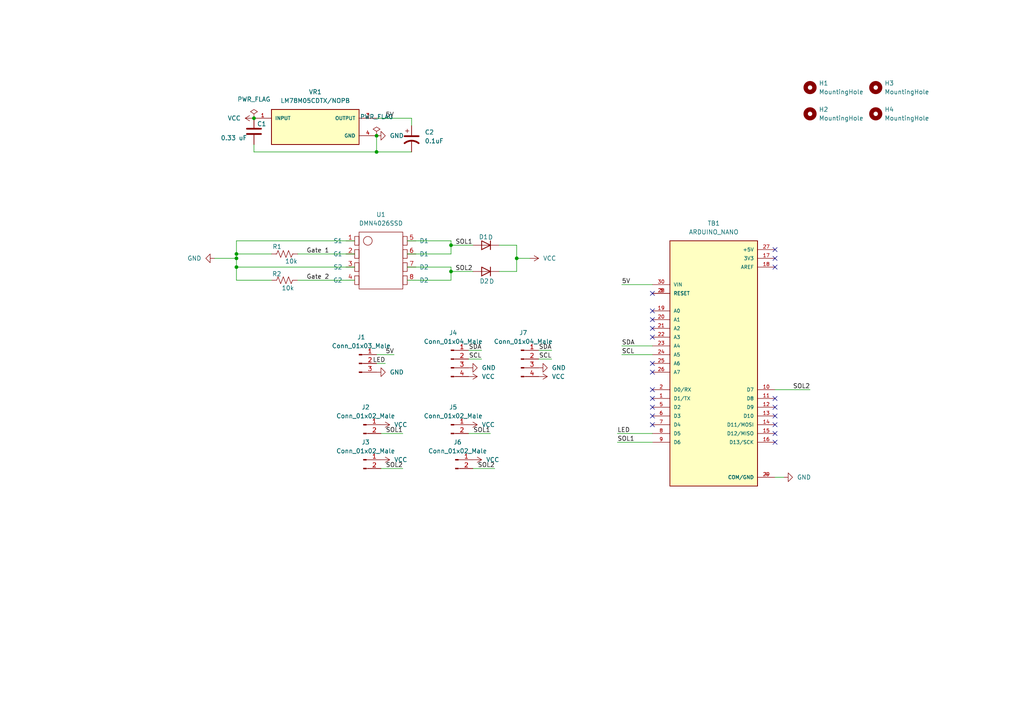
<source format=kicad_sch>
(kicad_sch (version 20211123) (generator eeschema)

  (uuid 0e0de61a-bdc0-49aa-92e9-f9aa75a7a764)

  (paper "A4")

  (lib_symbols
    (symbol "ARDUINO_NANO:ARDUINO_NANO" (pin_names (offset 1.016)) (in_bom yes) (on_board yes)
      (property "Reference" "TB" (id 0) (at -12.7 35.56 0)
        (effects (font (size 1.27 1.27)) (justify left bottom))
      )
      (property "Value" "ARDUINO_NANO" (id 1) (at -12.7 -38.1 0)
        (effects (font (size 1.27 1.27)) (justify left bottom))
      )
      (property "Footprint" "SHIELD_ARDUINO_NANO" (id 2) (at 0 0 0)
        (effects (font (size 1.27 1.27)) (justify left bottom) hide)
      )
      (property "Datasheet" "" (id 3) (at 0 0 0)
        (effects (font (size 1.27 1.27)) (justify left bottom) hide)
      )
      (property "STANDARD" "Manufacturer Recommendations" (id 4) (at 0 0 0)
        (effects (font (size 1.27 1.27)) (justify left bottom) hide)
      )
      (property "MANUFACTURER" "ARDUINO" (id 5) (at 0 0 0)
        (effects (font (size 1.27 1.27)) (justify left bottom) hide)
      )
      (property "ki_locked" "" (id 6) (at 0 0 0)
        (effects (font (size 1.27 1.27)))
      )
      (symbol "ARDUINO_NANO_0_0"
        (rectangle (start -12.7 -35.56) (end 12.7 35.56)
          (stroke (width 0.254) (type default) (color 0 0 0 0))
          (fill (type background))
        )
        (pin bidirectional line (at -17.78 -10.16 0) (length 5.08)
          (name "D1/TX" (effects (font (size 1.016 1.016))))
          (number "1" (effects (font (size 1.016 1.016))))
        )
        (pin bidirectional line (at 17.78 -7.62 180) (length 5.08)
          (name "D7" (effects (font (size 1.016 1.016))))
          (number "10" (effects (font (size 1.016 1.016))))
        )
        (pin bidirectional line (at 17.78 -10.16 180) (length 5.08)
          (name "D8" (effects (font (size 1.016 1.016))))
          (number "11" (effects (font (size 1.016 1.016))))
        )
        (pin bidirectional line (at 17.78 -12.7 180) (length 5.08)
          (name "D9" (effects (font (size 1.016 1.016))))
          (number "12" (effects (font (size 1.016 1.016))))
        )
        (pin bidirectional line (at 17.78 -15.24 180) (length 5.08)
          (name "D10" (effects (font (size 1.016 1.016))))
          (number "13" (effects (font (size 1.016 1.016))))
        )
        (pin bidirectional line (at 17.78 -17.78 180) (length 5.08)
          (name "D11/MOSI" (effects (font (size 1.016 1.016))))
          (number "14" (effects (font (size 1.016 1.016))))
        )
        (pin bidirectional line (at 17.78 -20.32 180) (length 5.08)
          (name "D12/MISO" (effects (font (size 1.016 1.016))))
          (number "15" (effects (font (size 1.016 1.016))))
        )
        (pin bidirectional line (at 17.78 -22.86 180) (length 5.08)
          (name "D13/SCK" (effects (font (size 1.016 1.016))))
          (number "16" (effects (font (size 1.016 1.016))))
        )
        (pin power_in line (at 17.78 30.48 180) (length 5.08)
          (name "3V3" (effects (font (size 1.016 1.016))))
          (number "17" (effects (font (size 1.016 1.016))))
        )
        (pin power_in line (at 17.78 27.94 180) (length 5.08)
          (name "AREF" (effects (font (size 1.016 1.016))))
          (number "18" (effects (font (size 1.016 1.016))))
        )
        (pin input line (at -17.78 15.24 0) (length 5.08)
          (name "A0" (effects (font (size 1.016 1.016))))
          (number "19" (effects (font (size 1.016 1.016))))
        )
        (pin bidirectional line (at -17.78 -7.62 0) (length 5.08)
          (name "D0/RX" (effects (font (size 1.016 1.016))))
          (number "2" (effects (font (size 1.016 1.016))))
        )
        (pin input line (at -17.78 12.7 0) (length 5.08)
          (name "A1" (effects (font (size 1.016 1.016))))
          (number "20" (effects (font (size 1.016 1.016))))
        )
        (pin input line (at -17.78 10.16 0) (length 5.08)
          (name "A2" (effects (font (size 1.016 1.016))))
          (number "21" (effects (font (size 1.016 1.016))))
        )
        (pin input line (at -17.78 7.62 0) (length 5.08)
          (name "A3" (effects (font (size 1.016 1.016))))
          (number "22" (effects (font (size 1.016 1.016))))
        )
        (pin input line (at -17.78 5.08 0) (length 5.08)
          (name "A4" (effects (font (size 1.016 1.016))))
          (number "23" (effects (font (size 1.016 1.016))))
        )
        (pin input line (at -17.78 2.54 0) (length 5.08)
          (name "A5" (effects (font (size 1.016 1.016))))
          (number "24" (effects (font (size 1.016 1.016))))
        )
        (pin input line (at -17.78 0 0) (length 5.08)
          (name "A6" (effects (font (size 1.016 1.016))))
          (number "25" (effects (font (size 1.016 1.016))))
        )
        (pin input line (at -17.78 -2.54 0) (length 5.08)
          (name "A7" (effects (font (size 1.016 1.016))))
          (number "26" (effects (font (size 1.016 1.016))))
        )
        (pin power_in line (at 17.78 33.02 180) (length 5.08)
          (name "+5V" (effects (font (size 1.016 1.016))))
          (number "27" (effects (font (size 1.016 1.016))))
        )
        (pin input line (at -17.78 20.32 0) (length 5.08)
          (name "RESET" (effects (font (size 1.016 1.016))))
          (number "28" (effects (font (size 1.016 1.016))))
        )
        (pin power_in line (at 17.78 -33.02 180) (length 5.08)
          (name "COM/GND" (effects (font (size 1.016 1.016))))
          (number "29" (effects (font (size 1.016 1.016))))
        )
        (pin input line (at -17.78 20.32 0) (length 5.08)
          (name "RESET" (effects (font (size 1.016 1.016))))
          (number "3" (effects (font (size 1.016 1.016))))
        )
        (pin input line (at -17.78 22.86 0) (length 5.08)
          (name "VIN" (effects (font (size 1.016 1.016))))
          (number "30" (effects (font (size 1.016 1.016))))
        )
        (pin power_in line (at 17.78 -33.02 180) (length 5.08)
          (name "COM/GND" (effects (font (size 1.016 1.016))))
          (number "4" (effects (font (size 1.016 1.016))))
        )
        (pin bidirectional line (at -17.78 -12.7 0) (length 5.08)
          (name "D2" (effects (font (size 1.016 1.016))))
          (number "5" (effects (font (size 1.016 1.016))))
        )
        (pin bidirectional line (at -17.78 -15.24 0) (length 5.08)
          (name "D3" (effects (font (size 1.016 1.016))))
          (number "6" (effects (font (size 1.016 1.016))))
        )
        (pin bidirectional line (at -17.78 -17.78 0) (length 5.08)
          (name "D4" (effects (font (size 1.016 1.016))))
          (number "7" (effects (font (size 1.016 1.016))))
        )
        (pin bidirectional line (at -17.78 -20.32 0) (length 5.08)
          (name "D5" (effects (font (size 1.016 1.016))))
          (number "8" (effects (font (size 1.016 1.016))))
        )
        (pin bidirectional line (at -17.78 -22.86 0) (length 5.08)
          (name "D6" (effects (font (size 1.016 1.016))))
          (number "9" (effects (font (size 1.016 1.016))))
        )
      )
    )
    (symbol "Connector:Conn_01x02_Male" (pin_names (offset 1.016) hide) (in_bom yes) (on_board yes)
      (property "Reference" "J" (id 0) (at 0 2.54 0)
        (effects (font (size 1.27 1.27)))
      )
      (property "Value" "Conn_01x02_Male" (id 1) (at 0 -5.08 0)
        (effects (font (size 1.27 1.27)))
      )
      (property "Footprint" "" (id 2) (at 0 0 0)
        (effects (font (size 1.27 1.27)) hide)
      )
      (property "Datasheet" "~" (id 3) (at 0 0 0)
        (effects (font (size 1.27 1.27)) hide)
      )
      (property "ki_keywords" "connector" (id 4) (at 0 0 0)
        (effects (font (size 1.27 1.27)) hide)
      )
      (property "ki_description" "Generic connector, single row, 01x02, script generated (kicad-library-utils/schlib/autogen/connector/)" (id 5) (at 0 0 0)
        (effects (font (size 1.27 1.27)) hide)
      )
      (property "ki_fp_filters" "Connector*:*_1x??_*" (id 6) (at 0 0 0)
        (effects (font (size 1.27 1.27)) hide)
      )
      (symbol "Conn_01x02_Male_1_1"
        (polyline
          (pts
            (xy 1.27 -2.54)
            (xy 0.8636 -2.54)
          )
          (stroke (width 0.1524) (type default) (color 0 0 0 0))
          (fill (type none))
        )
        (polyline
          (pts
            (xy 1.27 0)
            (xy 0.8636 0)
          )
          (stroke (width 0.1524) (type default) (color 0 0 0 0))
          (fill (type none))
        )
        (rectangle (start 0.8636 -2.413) (end 0 -2.667)
          (stroke (width 0.1524) (type default) (color 0 0 0 0))
          (fill (type outline))
        )
        (rectangle (start 0.8636 0.127) (end 0 -0.127)
          (stroke (width 0.1524) (type default) (color 0 0 0 0))
          (fill (type outline))
        )
        (pin passive line (at 5.08 0 180) (length 3.81)
          (name "Pin_1" (effects (font (size 1.27 1.27))))
          (number "1" (effects (font (size 1.27 1.27))))
        )
        (pin passive line (at 5.08 -2.54 180) (length 3.81)
          (name "Pin_2" (effects (font (size 1.27 1.27))))
          (number "2" (effects (font (size 1.27 1.27))))
        )
      )
    )
    (symbol "Connector:Conn_01x03_Male" (pin_names (offset 1.016) hide) (in_bom yes) (on_board yes)
      (property "Reference" "J" (id 0) (at 0 5.08 0)
        (effects (font (size 1.27 1.27)))
      )
      (property "Value" "Conn_01x03_Male" (id 1) (at 0 -5.08 0)
        (effects (font (size 1.27 1.27)))
      )
      (property "Footprint" "" (id 2) (at 0 0 0)
        (effects (font (size 1.27 1.27)) hide)
      )
      (property "Datasheet" "~" (id 3) (at 0 0 0)
        (effects (font (size 1.27 1.27)) hide)
      )
      (property "ki_keywords" "connector" (id 4) (at 0 0 0)
        (effects (font (size 1.27 1.27)) hide)
      )
      (property "ki_description" "Generic connector, single row, 01x03, script generated (kicad-library-utils/schlib/autogen/connector/)" (id 5) (at 0 0 0)
        (effects (font (size 1.27 1.27)) hide)
      )
      (property "ki_fp_filters" "Connector*:*_1x??_*" (id 6) (at 0 0 0)
        (effects (font (size 1.27 1.27)) hide)
      )
      (symbol "Conn_01x03_Male_1_1"
        (polyline
          (pts
            (xy 1.27 -2.54)
            (xy 0.8636 -2.54)
          )
          (stroke (width 0.1524) (type default) (color 0 0 0 0))
          (fill (type none))
        )
        (polyline
          (pts
            (xy 1.27 0)
            (xy 0.8636 0)
          )
          (stroke (width 0.1524) (type default) (color 0 0 0 0))
          (fill (type none))
        )
        (polyline
          (pts
            (xy 1.27 2.54)
            (xy 0.8636 2.54)
          )
          (stroke (width 0.1524) (type default) (color 0 0 0 0))
          (fill (type none))
        )
        (rectangle (start 0.8636 -2.413) (end 0 -2.667)
          (stroke (width 0.1524) (type default) (color 0 0 0 0))
          (fill (type outline))
        )
        (rectangle (start 0.8636 0.127) (end 0 -0.127)
          (stroke (width 0.1524) (type default) (color 0 0 0 0))
          (fill (type outline))
        )
        (rectangle (start 0.8636 2.667) (end 0 2.413)
          (stroke (width 0.1524) (type default) (color 0 0 0 0))
          (fill (type outline))
        )
        (pin passive line (at 5.08 2.54 180) (length 3.81)
          (name "Pin_1" (effects (font (size 1.27 1.27))))
          (number "1" (effects (font (size 1.27 1.27))))
        )
        (pin passive line (at 5.08 0 180) (length 3.81)
          (name "Pin_2" (effects (font (size 1.27 1.27))))
          (number "2" (effects (font (size 1.27 1.27))))
        )
        (pin passive line (at 5.08 -2.54 180) (length 3.81)
          (name "Pin_3" (effects (font (size 1.27 1.27))))
          (number "3" (effects (font (size 1.27 1.27))))
        )
      )
    )
    (symbol "Connector:Conn_01x04_Male" (pin_names (offset 1.016) hide) (in_bom yes) (on_board yes)
      (property "Reference" "J" (id 0) (at 0 5.08 0)
        (effects (font (size 1.27 1.27)))
      )
      (property "Value" "Conn_01x04_Male" (id 1) (at 0 -7.62 0)
        (effects (font (size 1.27 1.27)))
      )
      (property "Footprint" "" (id 2) (at 0 0 0)
        (effects (font (size 1.27 1.27)) hide)
      )
      (property "Datasheet" "~" (id 3) (at 0 0 0)
        (effects (font (size 1.27 1.27)) hide)
      )
      (property "ki_keywords" "connector" (id 4) (at 0 0 0)
        (effects (font (size 1.27 1.27)) hide)
      )
      (property "ki_description" "Generic connector, single row, 01x04, script generated (kicad-library-utils/schlib/autogen/connector/)" (id 5) (at 0 0 0)
        (effects (font (size 1.27 1.27)) hide)
      )
      (property "ki_fp_filters" "Connector*:*_1x??_*" (id 6) (at 0 0 0)
        (effects (font (size 1.27 1.27)) hide)
      )
      (symbol "Conn_01x04_Male_1_1"
        (polyline
          (pts
            (xy 1.27 -5.08)
            (xy 0.8636 -5.08)
          )
          (stroke (width 0.1524) (type default) (color 0 0 0 0))
          (fill (type none))
        )
        (polyline
          (pts
            (xy 1.27 -2.54)
            (xy 0.8636 -2.54)
          )
          (stroke (width 0.1524) (type default) (color 0 0 0 0))
          (fill (type none))
        )
        (polyline
          (pts
            (xy 1.27 0)
            (xy 0.8636 0)
          )
          (stroke (width 0.1524) (type default) (color 0 0 0 0))
          (fill (type none))
        )
        (polyline
          (pts
            (xy 1.27 2.54)
            (xy 0.8636 2.54)
          )
          (stroke (width 0.1524) (type default) (color 0 0 0 0))
          (fill (type none))
        )
        (rectangle (start 0.8636 -4.953) (end 0 -5.207)
          (stroke (width 0.1524) (type default) (color 0 0 0 0))
          (fill (type outline))
        )
        (rectangle (start 0.8636 -2.413) (end 0 -2.667)
          (stroke (width 0.1524) (type default) (color 0 0 0 0))
          (fill (type outline))
        )
        (rectangle (start 0.8636 0.127) (end 0 -0.127)
          (stroke (width 0.1524) (type default) (color 0 0 0 0))
          (fill (type outline))
        )
        (rectangle (start 0.8636 2.667) (end 0 2.413)
          (stroke (width 0.1524) (type default) (color 0 0 0 0))
          (fill (type outline))
        )
        (pin passive line (at 5.08 2.54 180) (length 3.81)
          (name "Pin_1" (effects (font (size 1.27 1.27))))
          (number "1" (effects (font (size 1.27 1.27))))
        )
        (pin passive line (at 5.08 0 180) (length 3.81)
          (name "Pin_2" (effects (font (size 1.27 1.27))))
          (number "2" (effects (font (size 1.27 1.27))))
        )
        (pin passive line (at 5.08 -2.54 180) (length 3.81)
          (name "Pin_3" (effects (font (size 1.27 1.27))))
          (number "3" (effects (font (size 1.27 1.27))))
        )
        (pin passive line (at 5.08 -5.08 180) (length 3.81)
          (name "Pin_4" (effects (font (size 1.27 1.27))))
          (number "4" (effects (font (size 1.27 1.27))))
        )
      )
    )
    (symbol "Device:C" (pin_numbers hide) (pin_names (offset 0.254)) (in_bom yes) (on_board yes)
      (property "Reference" "C" (id 0) (at 0.635 2.54 0)
        (effects (font (size 1.27 1.27)) (justify left))
      )
      (property "Value" "C" (id 1) (at 0.635 -2.54 0)
        (effects (font (size 1.27 1.27)) (justify left))
      )
      (property "Footprint" "" (id 2) (at 0.9652 -3.81 0)
        (effects (font (size 1.27 1.27)) hide)
      )
      (property "Datasheet" "~" (id 3) (at 0 0 0)
        (effects (font (size 1.27 1.27)) hide)
      )
      (property "ki_keywords" "cap capacitor" (id 4) (at 0 0 0)
        (effects (font (size 1.27 1.27)) hide)
      )
      (property "ki_description" "Unpolarized capacitor" (id 5) (at 0 0 0)
        (effects (font (size 1.27 1.27)) hide)
      )
      (property "ki_fp_filters" "C_*" (id 6) (at 0 0 0)
        (effects (font (size 1.27 1.27)) hide)
      )
      (symbol "C_0_1"
        (polyline
          (pts
            (xy -2.032 -0.762)
            (xy 2.032 -0.762)
          )
          (stroke (width 0.508) (type default) (color 0 0 0 0))
          (fill (type none))
        )
        (polyline
          (pts
            (xy -2.032 0.762)
            (xy 2.032 0.762)
          )
          (stroke (width 0.508) (type default) (color 0 0 0 0))
          (fill (type none))
        )
      )
      (symbol "C_1_1"
        (pin passive line (at 0 3.81 270) (length 2.794)
          (name "~" (effects (font (size 1.27 1.27))))
          (number "1" (effects (font (size 1.27 1.27))))
        )
        (pin passive line (at 0 -3.81 90) (length 2.794)
          (name "~" (effects (font (size 1.27 1.27))))
          (number "2" (effects (font (size 1.27 1.27))))
        )
      )
    )
    (symbol "Device:C_Polarized_US" (pin_numbers hide) (pin_names (offset 0.254) hide) (in_bom yes) (on_board yes)
      (property "Reference" "C" (id 0) (at 0.635 2.54 0)
        (effects (font (size 1.27 1.27)) (justify left))
      )
      (property "Value" "C_Polarized_US" (id 1) (at 0.635 -2.54 0)
        (effects (font (size 1.27 1.27)) (justify left))
      )
      (property "Footprint" "" (id 2) (at 0 0 0)
        (effects (font (size 1.27 1.27)) hide)
      )
      (property "Datasheet" "~" (id 3) (at 0 0 0)
        (effects (font (size 1.27 1.27)) hide)
      )
      (property "ki_keywords" "cap capacitor" (id 4) (at 0 0 0)
        (effects (font (size 1.27 1.27)) hide)
      )
      (property "ki_description" "Polarized capacitor, US symbol" (id 5) (at 0 0 0)
        (effects (font (size 1.27 1.27)) hide)
      )
      (property "ki_fp_filters" "CP_*" (id 6) (at 0 0 0)
        (effects (font (size 1.27 1.27)) hide)
      )
      (symbol "C_Polarized_US_0_1"
        (polyline
          (pts
            (xy -2.032 0.762)
            (xy 2.032 0.762)
          )
          (stroke (width 0.508) (type default) (color 0 0 0 0))
          (fill (type none))
        )
        (polyline
          (pts
            (xy -1.778 2.286)
            (xy -0.762 2.286)
          )
          (stroke (width 0) (type default) (color 0 0 0 0))
          (fill (type none))
        )
        (polyline
          (pts
            (xy -1.27 1.778)
            (xy -1.27 2.794)
          )
          (stroke (width 0) (type default) (color 0 0 0 0))
          (fill (type none))
        )
        (arc (start 2.032 -1.27) (mid 0 -0.5572) (end -2.032 -1.27)
          (stroke (width 0.508) (type default) (color 0 0 0 0))
          (fill (type none))
        )
      )
      (symbol "C_Polarized_US_1_1"
        (pin passive line (at 0 3.81 270) (length 2.794)
          (name "~" (effects (font (size 1.27 1.27))))
          (number "1" (effects (font (size 1.27 1.27))))
        )
        (pin passive line (at 0 -3.81 90) (length 3.302)
          (name "~" (effects (font (size 1.27 1.27))))
          (number "2" (effects (font (size 1.27 1.27))))
        )
      )
    )
    (symbol "Device:D" (pin_numbers hide) (pin_names (offset 1.016) hide) (in_bom yes) (on_board yes)
      (property "Reference" "D" (id 0) (at 0 2.54 0)
        (effects (font (size 1.27 1.27)))
      )
      (property "Value" "D" (id 1) (at 0 -2.54 0)
        (effects (font (size 1.27 1.27)))
      )
      (property "Footprint" "" (id 2) (at 0 0 0)
        (effects (font (size 1.27 1.27)) hide)
      )
      (property "Datasheet" "~" (id 3) (at 0 0 0)
        (effects (font (size 1.27 1.27)) hide)
      )
      (property "ki_keywords" "diode" (id 4) (at 0 0 0)
        (effects (font (size 1.27 1.27)) hide)
      )
      (property "ki_description" "Diode" (id 5) (at 0 0 0)
        (effects (font (size 1.27 1.27)) hide)
      )
      (property "ki_fp_filters" "TO-???* *_Diode_* *SingleDiode* D_*" (id 6) (at 0 0 0)
        (effects (font (size 1.27 1.27)) hide)
      )
      (symbol "D_0_1"
        (polyline
          (pts
            (xy -1.27 1.27)
            (xy -1.27 -1.27)
          )
          (stroke (width 0.254) (type default) (color 0 0 0 0))
          (fill (type none))
        )
        (polyline
          (pts
            (xy 1.27 0)
            (xy -1.27 0)
          )
          (stroke (width 0) (type default) (color 0 0 0 0))
          (fill (type none))
        )
        (polyline
          (pts
            (xy 1.27 1.27)
            (xy 1.27 -1.27)
            (xy -1.27 0)
            (xy 1.27 1.27)
          )
          (stroke (width 0.254) (type default) (color 0 0 0 0))
          (fill (type none))
        )
      )
      (symbol "D_1_1"
        (pin passive line (at -3.81 0 0) (length 2.54)
          (name "K" (effects (font (size 1.27 1.27))))
          (number "1" (effects (font (size 1.27 1.27))))
        )
        (pin passive line (at 3.81 0 180) (length 2.54)
          (name "A" (effects (font (size 1.27 1.27))))
          (number "2" (effects (font (size 1.27 1.27))))
        )
      )
    )
    (symbol "Device:R_US" (pin_numbers hide) (pin_names (offset 0)) (in_bom yes) (on_board yes)
      (property "Reference" "R" (id 0) (at 2.54 0 90)
        (effects (font (size 1.27 1.27)))
      )
      (property "Value" "R_US" (id 1) (at -2.54 0 90)
        (effects (font (size 1.27 1.27)))
      )
      (property "Footprint" "" (id 2) (at 1.016 -0.254 90)
        (effects (font (size 1.27 1.27)) hide)
      )
      (property "Datasheet" "~" (id 3) (at 0 0 0)
        (effects (font (size 1.27 1.27)) hide)
      )
      (property "ki_keywords" "R res resistor" (id 4) (at 0 0 0)
        (effects (font (size 1.27 1.27)) hide)
      )
      (property "ki_description" "Resistor, US symbol" (id 5) (at 0 0 0)
        (effects (font (size 1.27 1.27)) hide)
      )
      (property "ki_fp_filters" "R_*" (id 6) (at 0 0 0)
        (effects (font (size 1.27 1.27)) hide)
      )
      (symbol "R_US_0_1"
        (polyline
          (pts
            (xy 0 -2.286)
            (xy 0 -2.54)
          )
          (stroke (width 0) (type default) (color 0 0 0 0))
          (fill (type none))
        )
        (polyline
          (pts
            (xy 0 2.286)
            (xy 0 2.54)
          )
          (stroke (width 0) (type default) (color 0 0 0 0))
          (fill (type none))
        )
        (polyline
          (pts
            (xy 0 -0.762)
            (xy 1.016 -1.143)
            (xy 0 -1.524)
            (xy -1.016 -1.905)
            (xy 0 -2.286)
          )
          (stroke (width 0) (type default) (color 0 0 0 0))
          (fill (type none))
        )
        (polyline
          (pts
            (xy 0 0.762)
            (xy 1.016 0.381)
            (xy 0 0)
            (xy -1.016 -0.381)
            (xy 0 -0.762)
          )
          (stroke (width 0) (type default) (color 0 0 0 0))
          (fill (type none))
        )
        (polyline
          (pts
            (xy 0 2.286)
            (xy 1.016 1.905)
            (xy 0 1.524)
            (xy -1.016 1.143)
            (xy 0 0.762)
          )
          (stroke (width 0) (type default) (color 0 0 0 0))
          (fill (type none))
        )
      )
      (symbol "R_US_1_1"
        (pin passive line (at 0 3.81 270) (length 1.27)
          (name "~" (effects (font (size 1.27 1.27))))
          (number "1" (effects (font (size 1.27 1.27))))
        )
        (pin passive line (at 0 -3.81 90) (length 1.27)
          (name "~" (effects (font (size 1.27 1.27))))
          (number "2" (effects (font (size 1.27 1.27))))
        )
      )
    )
    (symbol "HPS:GND" (power) (pin_names (offset 0)) (in_bom yes) (on_board yes)
      (property "Reference" "#PWR" (id 0) (at 0 -6.35 0)
        (effects (font (size 1.27 1.27)) hide)
      )
      (property "Value" "GND" (id 1) (at 0 -3.81 0)
        (effects (font (size 1.27 1.27)))
      )
      (property "Footprint" "" (id 2) (at 0 0 0)
        (effects (font (size 1.27 1.27)) hide)
      )
      (property "Datasheet" "" (id 3) (at 0 0 0)
        (effects (font (size 1.27 1.27)) hide)
      )
      (property "ki_keywords" "power-flag" (id 4) (at 0 0 0)
        (effects (font (size 1.27 1.27)) hide)
      )
      (property "ki_description" "Power symbol creates a global label with name \"GND\" , ground" (id 5) (at 0 0 0)
        (effects (font (size 1.27 1.27)) hide)
      )
      (symbol "GND_0_1"
        (polyline
          (pts
            (xy 0 0)
            (xy 0 -1.27)
            (xy 1.27 -1.27)
            (xy 0 -2.54)
            (xy -1.27 -1.27)
            (xy 0 -1.27)
          )
          (stroke (width 0) (type default) (color 0 0 0 0))
          (fill (type none))
        )
      )
      (symbol "GND_1_1"
        (pin power_in line (at 0 0 270) (length 0) hide
          (name "GND" (effects (font (size 1.27 1.27))))
          (number "1" (effects (font (size 1.27 1.27))))
        )
      )
    )
    (symbol "HPS:MountingHole" (pin_names (offset 1.016)) (in_bom yes) (on_board yes)
      (property "Reference" "H" (id 0) (at 0 5.08 0)
        (effects (font (size 1.27 1.27)))
      )
      (property "Value" "MountingHole" (id 1) (at 0 3.175 0)
        (effects (font (size 1.27 1.27)))
      )
      (property "Footprint" "footprints:MountingHole_3.2mm_M3" (id 2) (at 0 0 0)
        (effects (font (size 1.27 1.27)) hide)
      )
      (property "Datasheet" "~" (id 3) (at 0 0 0)
        (effects (font (size 1.27 1.27)) hide)
      )
      (property "ki_keywords" "mounting hole" (id 4) (at 0 0 0)
        (effects (font (size 1.27 1.27)) hide)
      )
      (property "ki_description" "Mounting Hole without connection" (id 5) (at 0 0 0)
        (effects (font (size 1.27 1.27)) hide)
      )
      (property "ki_fp_filters" "MountingHole*" (id 6) (at 0 0 0)
        (effects (font (size 1.27 1.27)) hide)
      )
      (symbol "MountingHole_0_1"
        (circle (center 0 0) (radius 1.27)
          (stroke (width 1.27) (type default) (color 0 0 0 0))
          (fill (type none))
        )
      )
    )
    (symbol "HPS:VCC" (power) (pin_names (offset 0)) (in_bom yes) (on_board yes)
      (property "Reference" "#PWR" (id 0) (at 0 -3.81 0)
        (effects (font (size 1.27 1.27)) hide)
      )
      (property "Value" "VCC" (id 1) (at 0 3.81 0)
        (effects (font (size 1.27 1.27)))
      )
      (property "Footprint" "" (id 2) (at 0 0 0)
        (effects (font (size 1.27 1.27)) hide)
      )
      (property "Datasheet" "" (id 3) (at 0 0 0)
        (effects (font (size 1.27 1.27)) hide)
      )
      (property "ki_keywords" "power-flag" (id 4) (at 0 0 0)
        (effects (font (size 1.27 1.27)) hide)
      )
      (property "ki_description" "Power symbol creates a global label with name \"VCC\"" (id 5) (at 0 0 0)
        (effects (font (size 1.27 1.27)) hide)
      )
      (symbol "VCC_0_1"
        (polyline
          (pts
            (xy -0.762 1.27)
            (xy 0 2.54)
          )
          (stroke (width 0) (type default) (color 0 0 0 0))
          (fill (type none))
        )
        (polyline
          (pts
            (xy 0 0)
            (xy 0 2.54)
          )
          (stroke (width 0) (type default) (color 0 0 0 0))
          (fill (type none))
        )
        (polyline
          (pts
            (xy 0 2.54)
            (xy 0.762 1.27)
          )
          (stroke (width 0) (type default) (color 0 0 0 0))
          (fill (type none))
        )
      )
      (symbol "VCC_1_1"
        (pin power_in line (at 0 0 90) (length 0) hide
          (name "VCC" (effects (font (size 1.27 1.27))))
          (number "1" (effects (font (size 1.27 1.27))))
        )
      )
    )
    (symbol "LM78M05CDTX_NOPB:LM78M05CDTX{slash}NOPB" (pin_names (offset 1.016)) (in_bom yes) (on_board yes)
      (property "Reference" "VR" (id 0) (at -12.7 5.842 0)
        (effects (font (size 1.27 1.27)) (justify left bottom))
      )
      (property "Value" "LM78M05CDTX{slash}NOPB" (id 1) (at -12.7 -5.842 0)
        (effects (font (size 1.27 1.27)) (justify left bottom))
      )
      (property "Footprint" "TO228P991X255-3N" (id 2) (at 0 0 0)
        (effects (font (size 1.27 1.27)) (justify left bottom) hide)
      )
      (property "Datasheet" "" (id 3) (at 0 0 0)
        (effects (font (size 1.27 1.27)) (justify left bottom) hide)
      )
      (property "SNAPEDA_PACKAGE_ID" "102662" (id 4) (at 0 0 0)
        (effects (font (size 1.27 1.27)) (justify left bottom) hide)
      )
      (property "STANDARD" "IPC-7351B" (id 5) (at 0 0 0)
        (effects (font (size 1.27 1.27)) (justify left bottom) hide)
      )
      (property "PARTREV" "G" (id 6) (at 0 0 0)
        (effects (font (size 1.27 1.27)) (justify left bottom) hide)
      )
      (property "MANUFACTURER" "Texas Instruments" (id 7) (at 0 0 0)
        (effects (font (size 1.27 1.27)) (justify left bottom) hide)
      )
      (property "MAXIMUM_PACKAGE_HEIGHT" "2.55mm" (id 8) (at 0 0 0)
        (effects (font (size 1.27 1.27)) (justify left bottom) hide)
      )
      (property "ki_locked" "" (id 9) (at 0 0 0)
        (effects (font (size 1.27 1.27)))
      )
      (symbol "LM78M05CDTX{slash}NOPB_0_0"
        (rectangle (start -12.7 -5.08) (end 12.7 5.08)
          (stroke (width 0.254) (type default) (color 0 0 0 0))
          (fill (type background))
        )
        (pin input line (at -17.78 2.54 0) (length 5.08)
          (name "INPUT" (effects (font (size 1.016 1.016))))
          (number "1" (effects (font (size 1.016 1.016))))
        )
        (pin output line (at 17.78 2.54 180) (length 5.08)
          (name "OUTPUT" (effects (font (size 1.016 1.016))))
          (number "3" (effects (font (size 1.016 1.016))))
        )
        (pin power_in line (at 17.78 -2.54 180) (length 5.08)
          (name "GND" (effects (font (size 1.016 1.016))))
          (number "4" (effects (font (size 1.016 1.016))))
        )
      )
    )
    (symbol "dmn4026ssd:DMN4026SSD" (pin_names (offset 1.016)) (in_bom yes) (on_board yes)
      (property "Reference" "U2" (id 0) (at 1.27 16.891 0)
        (effects (font (size 1.27 1.27)))
      )
      (property "Value" "DMN4026SSD" (id 1) (at 1.27 14.5796 0)
        (effects (font (size 1.27 1.27)))
      )
      (property "Footprint" "Dylans_Footprints:SOIC127P600X150-8N" (id 2) (at 1.27 1.27 0)
        (effects (font (size 1.27 1.27)) hide)
      )
      (property "Datasheet" "" (id 3) (at 1.27 1.27 0)
        (effects (font (size 1.27 1.27)) hide)
      )
      (symbol "DMN4026SSD_0_1"
        (rectangle (start -5.08 0) (end -6.35 -2.54)
          (stroke (width 0) (type default) (color 0 0 0 0))
          (fill (type none))
        )
        (rectangle (start -5.08 3.81) (end -6.35 1.27)
          (stroke (width 0) (type default) (color 0 0 0 0))
          (fill (type none))
        )
        (rectangle (start -5.08 7.62) (end -6.35 5.08)
          (stroke (width 0) (type default) (color 0 0 0 0))
          (fill (type none))
        )
        (rectangle (start -5.08 11.43) (end -6.35 8.89)
          (stroke (width 0) (type default) (color 0 0 0 0))
          (fill (type none))
        )
        (rectangle (start -5.08 12.7) (end 7.62 -3.81)
          (stroke (width 0) (type default) (color 0 0 0 0))
          (fill (type none))
        )
        (circle (center -2.54 10.16) (radius 1.27)
          (stroke (width 0) (type default) (color 0 0 0 0))
          (fill (type none))
        )
        (rectangle (start 7.62 0) (end 8.89 -2.54)
          (stroke (width 0) (type default) (color 0 0 0 0))
          (fill (type none))
        )
        (rectangle (start 7.62 3.81) (end 8.89 1.27)
          (stroke (width 0) (type default) (color 0 0 0 0))
          (fill (type none))
        )
        (rectangle (start 7.62 7.62) (end 8.89 5.08)
          (stroke (width 0) (type default) (color 0 0 0 0))
          (fill (type none))
        )
        (rectangle (start 7.62 11.43) (end 8.89 8.89)
          (stroke (width 0) (type default) (color 0 0 0 0))
          (fill (type none))
        )
      )
      (symbol "DMN4026SSD_1_1"
        (pin input line (at -6.35 10.16 180) (length 2.54)
          (name "S1" (effects (font (size 1.27 1.27))))
          (number "1" (effects (font (size 1.27 1.27))))
        )
        (pin input line (at -6.35 6.35 180) (length 2.54)
          (name "G1" (effects (font (size 1.27 1.27))))
          (number "2" (effects (font (size 1.27 1.27))))
        )
        (pin input line (at -6.35 2.54 180) (length 2.54)
          (name "S2" (effects (font (size 1.27 1.27))))
          (number "3" (effects (font (size 1.27 1.27))))
        )
        (pin input line (at -6.35 -1.27 180) (length 2.54)
          (name "G2" (effects (font (size 1.27 1.27))))
          (number "4" (effects (font (size 1.27 1.27))))
        )
        (pin input line (at 8.89 10.16 0) (length 2.54)
          (name "D1" (effects (font (size 1.27 1.27))))
          (number "5" (effects (font (size 1.27 1.27))))
        )
        (pin input line (at 8.89 6.35 0) (length 2.54)
          (name "D1" (effects (font (size 1.27 1.27))))
          (number "6" (effects (font (size 1.27 1.27))))
        )
        (pin input line (at 8.89 2.54 0) (length 2.54)
          (name "D2" (effects (font (size 1.27 1.27))))
          (number "7" (effects (font (size 1.27 1.27))))
        )
        (pin input line (at 8.89 -1.27 0) (length 2.54)
          (name "D2" (effects (font (size 1.27 1.27))))
          (number "8" (effects (font (size 1.27 1.27))))
        )
      )
    )
    (symbol "power:PWR_FLAG" (power) (pin_numbers hide) (pin_names (offset 0) hide) (in_bom yes) (on_board yes)
      (property "Reference" "#FLG" (id 0) (at 0 1.905 0)
        (effects (font (size 1.27 1.27)) hide)
      )
      (property "Value" "PWR_FLAG" (id 1) (at 0 3.81 0)
        (effects (font (size 1.27 1.27)))
      )
      (property "Footprint" "" (id 2) (at 0 0 0)
        (effects (font (size 1.27 1.27)) hide)
      )
      (property "Datasheet" "~" (id 3) (at 0 0 0)
        (effects (font (size 1.27 1.27)) hide)
      )
      (property "ki_keywords" "power-flag" (id 4) (at 0 0 0)
        (effects (font (size 1.27 1.27)) hide)
      )
      (property "ki_description" "Special symbol for telling ERC where power comes from" (id 5) (at 0 0 0)
        (effects (font (size 1.27 1.27)) hide)
      )
      (symbol "PWR_FLAG_0_0"
        (pin power_out line (at 0 0 90) (length 0)
          (name "pwr" (effects (font (size 1.27 1.27))))
          (number "1" (effects (font (size 1.27 1.27))))
        )
      )
      (symbol "PWR_FLAG_0_1"
        (polyline
          (pts
            (xy 0 0)
            (xy 0 1.27)
            (xy -1.016 1.905)
            (xy 0 2.54)
            (xy 1.016 1.905)
            (xy 0 1.27)
          )
          (stroke (width 0) (type default) (color 0 0 0 0))
          (fill (type none))
        )
      )
    )
  )

  (junction (at 73.66 34.29) (diameter 0) (color 0 0 0 0)
    (uuid 381ef7e8-de1e-4d38-91e0-358e8113c91f)
  )
  (junction (at 68.58 77.47) (diameter 0) (color 0 0 0 0)
    (uuid 5ced4cb8-59c8-44a9-a07a-dc5543e7a11e)
  )
  (junction (at 130.81 71.12) (diameter 0) (color 0 0 0 0)
    (uuid 5ffefe69-7eca-4a34-b153-44e0e0fb6461)
  )
  (junction (at 109.22 44.069) (diameter 0) (color 0 0 0 0)
    (uuid 8b76ecf5-8f70-40db-b69b-0856a2dc73c8)
  )
  (junction (at 68.58 73.66) (diameter 0) (color 0 0 0 0)
    (uuid 9f8b31d3-764a-42c6-a526-b515d92aee6c)
  )
  (junction (at 149.86 74.93) (diameter 0) (color 0 0 0 0)
    (uuid c3d8256e-dca8-4898-bf95-b924ff4ae92c)
  )
  (junction (at 109.22 39.37) (diameter 0) (color 0 0 0 0)
    (uuid c40fe80d-f5cf-4a66-8fe2-62f31bbe788a)
  )
  (junction (at 68.58 74.93) (diameter 0) (color 0 0 0 0)
    (uuid d4f1a323-c4f1-4130-a499-8963e7e11037)
  )
  (junction (at 130.81 78.74) (diameter 0) (color 0 0 0 0)
    (uuid ea1129c1-d425-44c7-ab2c-cd5880326e0d)
  )

  (no_connect (at 189.23 123.19) (uuid 5bee973d-0f26-496e-a15c-ba9193434fdb))
  (no_connect (at 189.23 113.03) (uuid 5bee973d-0f26-496e-a15c-ba9193434fdc))
  (no_connect (at 189.23 115.57) (uuid 5bee973d-0f26-496e-a15c-ba9193434fdd))
  (no_connect (at 189.23 118.11) (uuid 5bee973d-0f26-496e-a15c-ba9193434fde))
  (no_connect (at 189.23 120.65) (uuid 5bee973d-0f26-496e-a15c-ba9193434fdf))
  (no_connect (at 224.79 120.65) (uuid 5bee973d-0f26-496e-a15c-ba9193434fe0))
  (no_connect (at 224.79 118.11) (uuid 5bee973d-0f26-496e-a15c-ba9193434fe1))
  (no_connect (at 224.79 115.57) (uuid 5bee973d-0f26-496e-a15c-ba9193434fe2))
  (no_connect (at 224.79 77.47) (uuid 5bee973d-0f26-496e-a15c-ba9193434fe3))
  (no_connect (at 189.23 97.79) (uuid 5bee973d-0f26-496e-a15c-ba9193434fe4))
  (no_connect (at 189.23 105.41) (uuid 5bee973d-0f26-496e-a15c-ba9193434fe5))
  (no_connect (at 189.23 107.95) (uuid 5bee973d-0f26-496e-a15c-ba9193434fe6))
  (no_connect (at 189.23 95.25) (uuid 5bee973d-0f26-496e-a15c-ba9193434fe7))
  (no_connect (at 189.23 92.71) (uuid 5bee973d-0f26-496e-a15c-ba9193434fe8))
  (no_connect (at 189.23 90.17) (uuid 5bee973d-0f26-496e-a15c-ba9193434fe9))
  (no_connect (at 189.23 85.09) (uuid 5bee973d-0f26-496e-a15c-ba9193434fea))
  (no_connect (at 224.79 128.27) (uuid 5bee973d-0f26-496e-a15c-ba9193434feb))
  (no_connect (at 224.79 125.73) (uuid 5bee973d-0f26-496e-a15c-ba9193434fec))
  (no_connect (at 224.79 123.19) (uuid 5bee973d-0f26-496e-a15c-ba9193434fed))
  (no_connect (at 224.79 72.39) (uuid b14616a4-5bbf-4bf2-9442-4f796e519384))
  (no_connect (at 224.79 74.93) (uuid b14616a4-5bbf-4bf2-9442-4f796e519385))

  (wire (pts (xy 86.36 81.28) (xy 102.87 81.28))
    (stroke (width 0) (type default) (color 0 0 0 0))
    (uuid 03240586-2ae1-4cf6-88e2-baae4e5ee065)
  )
  (wire (pts (xy 118.11 73.66) (xy 130.81 73.66))
    (stroke (width 0) (type default) (color 0 0 0 0))
    (uuid 03e5ccf7-fd3d-46c0-93e3-050c23962d12)
  )
  (wire (pts (xy 135.89 104.14) (xy 139.7 104.14))
    (stroke (width 0) (type default) (color 0 0 0 0))
    (uuid 0a4c8d5c-1400-4036-b78f-40fe067ea081)
  )
  (wire (pts (xy 149.86 74.93) (xy 149.86 78.74))
    (stroke (width 0) (type default) (color 0 0 0 0))
    (uuid 0a97c619-4f4a-4c2b-9666-19bff5b20ebb)
  )
  (wire (pts (xy 143.51 135.89) (xy 137.16 135.89))
    (stroke (width 0) (type default) (color 0 0 0 0))
    (uuid 10ca3244-08f2-4b0c-b689-6d0ae5bf34cd)
  )
  (wire (pts (xy 142.24 125.73) (xy 135.89 125.73))
    (stroke (width 0) (type default) (color 0 0 0 0))
    (uuid 146332c9-ec86-493d-96de-6c18da4c2599)
  )
  (wire (pts (xy 68.58 77.47) (xy 68.58 81.28))
    (stroke (width 0) (type default) (color 0 0 0 0))
    (uuid 1700d875-f72e-4d1b-812e-92e13ecfcacf)
  )
  (wire (pts (xy 180.34 100.33) (xy 189.23 100.33))
    (stroke (width 0) (type default) (color 0 0 0 0))
    (uuid 19a47125-d224-45b1-9fae-84f9ed71b6fc)
  )
  (wire (pts (xy 68.58 77.47) (xy 102.87 77.47))
    (stroke (width 0) (type default) (color 0 0 0 0))
    (uuid 19aac457-7748-499a-9c63-2d4e2276c624)
  )
  (wire (pts (xy 68.58 74.93) (xy 68.58 77.47))
    (stroke (width 0) (type default) (color 0 0 0 0))
    (uuid 3932b0e7-8c21-4975-b843-3b3bb398200f)
  )
  (wire (pts (xy 62.23 74.93) (xy 68.58 74.93))
    (stroke (width 0) (type default) (color 0 0 0 0))
    (uuid 4483c4dc-28be-405f-aa5f-2fc74a370a42)
  )
  (wire (pts (xy 160.02 101.6) (xy 156.21 101.6))
    (stroke (width 0) (type default) (color 0 0 0 0))
    (uuid 46a5532d-dd8c-49d0-9386-04f081e31a99)
  )
  (wire (pts (xy 130.81 69.85) (xy 130.81 71.12))
    (stroke (width 0) (type default) (color 0 0 0 0))
    (uuid 49664c20-f6e9-47be-9296-2ac9d8f5c4a3)
  )
  (wire (pts (xy 68.58 81.28) (xy 78.74 81.28))
    (stroke (width 0) (type default) (color 0 0 0 0))
    (uuid 4a707704-1f93-4d19-bcf8-f8ab21c51130)
  )
  (wire (pts (xy 156.21 104.14) (xy 160.02 104.14))
    (stroke (width 0) (type default) (color 0 0 0 0))
    (uuid 4a7ffa59-cf7f-4fc5-aad8-bffeebb2f669)
  )
  (wire (pts (xy 139.7 101.6) (xy 135.89 101.6))
    (stroke (width 0) (type default) (color 0 0 0 0))
    (uuid 4c8ac99e-a22e-4850-adb5-c60780d00be6)
  )
  (wire (pts (xy 68.58 73.66) (xy 78.74 73.66))
    (stroke (width 0) (type default) (color 0 0 0 0))
    (uuid 507bf314-570c-40b1-9959-5a7fe3ea6fd3)
  )
  (wire (pts (xy 68.58 73.66) (xy 68.58 74.93))
    (stroke (width 0) (type default) (color 0 0 0 0))
    (uuid 5bafd999-5927-4e7b-876a-c2cb0b1fbef2)
  )
  (wire (pts (xy 130.81 73.66) (xy 130.81 71.12))
    (stroke (width 0) (type default) (color 0 0 0 0))
    (uuid 61a0e58f-9713-4e95-9def-549ed8082364)
  )
  (wire (pts (xy 68.58 69.85) (xy 102.87 69.85))
    (stroke (width 0) (type default) (color 0 0 0 0))
    (uuid 61e5a970-6e2e-4492-bdb1-f1ce4252ae1e)
  )
  (wire (pts (xy 73.66 41.91) (xy 73.66 44.069))
    (stroke (width 0) (type default) (color 0 0 0 0))
    (uuid 69f243a8-bb72-41ae-982e-3f924bd386e3)
  )
  (wire (pts (xy 144.78 71.12) (xy 149.86 71.12))
    (stroke (width 0) (type default) (color 0 0 0 0))
    (uuid 6ec63b40-c83a-471b-9bde-b7d24589b28b)
  )
  (wire (pts (xy 109.22 39.37) (xy 109.22 44.069))
    (stroke (width 0) (type default) (color 0 0 0 0))
    (uuid 7782fe87-01dd-4778-ad99-ac3ea16107e8)
  )
  (wire (pts (xy 109.22 105.41) (xy 111.76 105.41))
    (stroke (width 0) (type default) (color 0 0 0 0))
    (uuid 7bb9383b-1a49-4b3f-9cab-541d45050561)
  )
  (wire (pts (xy 227.33 138.43) (xy 224.79 138.43))
    (stroke (width 0) (type default) (color 0 0 0 0))
    (uuid 7d71ba86-1ba4-48a4-9395-21529408ecfd)
  )
  (wire (pts (xy 118.11 69.85) (xy 130.81 69.85))
    (stroke (width 0) (type default) (color 0 0 0 0))
    (uuid 81ec126a-16a3-4ff7-be0e-076a6e03ab80)
  )
  (wire (pts (xy 224.79 113.03) (xy 234.95 113.03))
    (stroke (width 0) (type default) (color 0 0 0 0))
    (uuid 858a308a-3783-4388-ad8a-6c186f8e1241)
  )
  (wire (pts (xy 179.07 128.27) (xy 189.23 128.27))
    (stroke (width 0) (type default) (color 0 0 0 0))
    (uuid 96dcb629-f974-4bd4-b8c4-f8653d7da62e)
  )
  (wire (pts (xy 144.78 78.74) (xy 149.86 78.74))
    (stroke (width 0) (type default) (color 0 0 0 0))
    (uuid 9f61b981-bea5-452f-a664-40bfcdb835d8)
  )
  (wire (pts (xy 109.22 102.87) (xy 114.3 102.87))
    (stroke (width 0) (type default) (color 0 0 0 0))
    (uuid a4a2c0ef-efbe-400f-8d92-e1f93cfaee29)
  )
  (wire (pts (xy 130.81 71.12) (xy 137.16 71.12))
    (stroke (width 0) (type default) (color 0 0 0 0))
    (uuid b9084ffa-0a7c-491e-962b-5979a7371252)
  )
  (wire (pts (xy 116.84 125.73) (xy 110.49 125.73))
    (stroke (width 0) (type default) (color 0 0 0 0))
    (uuid bb2b8414-02a0-441b-bcee-26805901d335)
  )
  (wire (pts (xy 116.84 135.89) (xy 110.49 135.89))
    (stroke (width 0) (type default) (color 0 0 0 0))
    (uuid bb69c77a-d4dc-4005-a6e7-aa204a5d5435)
  )
  (wire (pts (xy 86.36 73.66) (xy 102.87 73.66))
    (stroke (width 0) (type default) (color 0 0 0 0))
    (uuid be779811-8f2d-4fb0-8c4f-a7b589838ce1)
  )
  (wire (pts (xy 130.81 77.47) (xy 130.81 78.74))
    (stroke (width 0) (type default) (color 0 0 0 0))
    (uuid bedc8184-253c-4fd0-af00-7430354b01ab)
  )
  (wire (pts (xy 118.11 81.28) (xy 130.81 81.28))
    (stroke (width 0) (type default) (color 0 0 0 0))
    (uuid c5a2b1ca-ed33-476b-8497-a7cf0657fb59)
  )
  (wire (pts (xy 109.22 34.29) (xy 119.38 34.29))
    (stroke (width 0) (type default) (color 0 0 0 0))
    (uuid c7094d12-fe9e-45b8-a1cb-9b0ba52136b6)
  )
  (wire (pts (xy 68.58 69.85) (xy 68.58 73.66))
    (stroke (width 0) (type default) (color 0 0 0 0))
    (uuid cdbc7a40-1e1c-46e0-80d0-3b189d98daed)
  )
  (wire (pts (xy 179.07 125.73) (xy 189.23 125.73))
    (stroke (width 0) (type default) (color 0 0 0 0))
    (uuid d20430a7-5bf5-48d2-ac7f-ef393846c11f)
  )
  (wire (pts (xy 180.34 102.87) (xy 189.23 102.87))
    (stroke (width 0) (type default) (color 0 0 0 0))
    (uuid d3abe857-c73e-48c7-839d-afd133462672)
  )
  (wire (pts (xy 73.66 44.069) (xy 109.22 44.069))
    (stroke (width 0) (type default) (color 0 0 0 0))
    (uuid d57bcd95-c995-40dc-b4d4-b83e71519607)
  )
  (wire (pts (xy 149.86 74.93) (xy 153.67 74.93))
    (stroke (width 0) (type default) (color 0 0 0 0))
    (uuid d9caf3a7-fe3c-4da7-aff0-1b33ae79a6aa)
  )
  (wire (pts (xy 119.38 36.449) (xy 119.38 34.29))
    (stroke (width 0) (type default) (color 0 0 0 0))
    (uuid da1215e8-038d-4238-844e-be1d1b7c8b8c)
  )
  (wire (pts (xy 109.22 44.069) (xy 119.38 44.069))
    (stroke (width 0) (type default) (color 0 0 0 0))
    (uuid e2242366-f757-4f0c-ab98-a993673dc060)
  )
  (wire (pts (xy 130.81 81.28) (xy 130.81 78.74))
    (stroke (width 0) (type default) (color 0 0 0 0))
    (uuid e8984365-d876-421a-b6e3-b5aeb2f47aa7)
  )
  (wire (pts (xy 130.81 78.74) (xy 137.16 78.74))
    (stroke (width 0) (type default) (color 0 0 0 0))
    (uuid ed3e9457-8166-488f-84ef-54b3d39b1e38)
  )
  (wire (pts (xy 180.34 82.55) (xy 189.23 82.55))
    (stroke (width 0) (type default) (color 0 0 0 0))
    (uuid ed4e7d4d-01b8-4d06-a12e-044d6faf8d42)
  )
  (wire (pts (xy 118.11 77.47) (xy 130.81 77.47))
    (stroke (width 0) (type default) (color 0 0 0 0))
    (uuid f93be150-1892-4285-8ea5-257764d890c7)
  )
  (wire (pts (xy 149.86 71.12) (xy 149.86 74.93))
    (stroke (width 0) (type default) (color 0 0 0 0))
    (uuid ffc3cbee-b47b-44ef-b8bf-1c37f2ff66cf)
  )

  (label "SOL2" (at 143.51 135.89 180)
    (effects (font (size 1.27 1.27)) (justify right bottom))
    (uuid 12b215db-f036-4451-953d-17c50aad711b)
  )
  (label "LED" (at 111.76 105.41 180)
    (effects (font (size 1.27 1.27)) (justify right bottom))
    (uuid 16d1bdb1-a567-4b48-8df8-149dd95ed4aa)
  )
  (label "SDA" (at 180.34 100.33 0)
    (effects (font (size 1.27 1.27)) (justify left bottom))
    (uuid 47e5f654-5e34-4b2e-841f-0f4eeae56dbf)
  )
  (label "SDA" (at 160.02 101.6 180)
    (effects (font (size 1.27 1.27)) (justify right bottom))
    (uuid 5b443851-20bd-4d49-b149-1433f9be0d18)
  )
  (label "SCL" (at 139.7 104.14 180)
    (effects (font (size 1.27 1.27)) (justify right bottom))
    (uuid 6c36afec-84bc-448b-841c-ddbd09e4cf6c)
  )
  (label "SOL1" (at 116.84 125.73 180)
    (effects (font (size 1.27 1.27)) (justify right bottom))
    (uuid 71e1174d-80ed-4c8b-a51b-e1758d6d8de5)
  )
  (label "5V" (at 114.3 102.87 180)
    (effects (font (size 1.27 1.27)) (justify right bottom))
    (uuid 9306f9f2-d3fa-43b1-a820-a98ee600a314)
  )
  (label "SCL" (at 180.34 102.87 0)
    (effects (font (size 1.27 1.27)) (justify left bottom))
    (uuid a73d09ea-fe58-49f7-b221-98f02a977f99)
  )
  (label "SOL2" (at 234.95 113.03 180)
    (effects (font (size 1.27 1.27)) (justify right bottom))
    (uuid ac236567-1a7a-4cfb-8278-5f7db3ad1913)
  )
  (label "SOL1" (at 142.24 125.73 180)
    (effects (font (size 1.27 1.27)) (justify right bottom))
    (uuid b20e619b-a775-4e43-81d0-428d03b95ae8)
  )
  (label "5V" (at 180.34 82.55 0)
    (effects (font (size 1.27 1.27)) (justify left bottom))
    (uuid b5aca1f9-78db-45b9-8249-e023deec479b)
  )
  (label "LED" (at 179.07 125.73 0)
    (effects (font (size 1.27 1.27)) (justify left bottom))
    (uuid c8a43229-bd37-4a66-b0cb-485cecd3a098)
  )
  (label "SOL1" (at 132.08 71.12 0)
    (effects (font (size 1.27 1.27)) (justify left bottom))
    (uuid cf8025f7-091f-467c-a01c-9b912f131d7d)
  )
  (label "SOL2" (at 116.84 135.89 180)
    (effects (font (size 1.27 1.27)) (justify right bottom))
    (uuid d1005f8f-cdb8-49d9-a972-ae70c12443ba)
  )
  (label "Gate 1" (at 88.9 73.66 0)
    (effects (font (size 1.27 1.27)) (justify left bottom))
    (uuid de8414c3-6aa0-417b-8ab1-352064c6ee22)
  )
  (label "SOL1" (at 179.07 128.27 0)
    (effects (font (size 1.27 1.27)) (justify left bottom))
    (uuid df50f573-68c8-40df-ba09-8a9e557acd28)
  )
  (label "SCL" (at 160.02 104.14 180)
    (effects (font (size 1.27 1.27)) (justify right bottom))
    (uuid e9bf8320-9f03-45ff-b6bf-5315c6d4ab82)
  )
  (label "Gate 2" (at 88.9 81.28 0)
    (effects (font (size 1.27 1.27)) (justify left bottom))
    (uuid ea278e73-0359-4022-9566-d04095fc6edd)
  )
  (label "SDA" (at 139.7 101.6 180)
    (effects (font (size 1.27 1.27)) (justify right bottom))
    (uuid eb5ad011-8925-437b-a13a-fda51ed9c126)
  )
  (label "SOL2" (at 132.08 78.74 0)
    (effects (font (size 1.27 1.27)) (justify left bottom))
    (uuid efc687ea-abc7-49ec-a630-400b82476b04)
  )
  (label "5V" (at 114.3 34.29 180)
    (effects (font (size 1.27 1.27)) (justify right bottom))
    (uuid f8f61639-becf-4eb0-9efc-951091af0139)
  )

  (symbol (lib_id "HPS:GND") (at 156.21 106.68 90) (unit 1)
    (in_bom yes) (on_board yes) (fields_autoplaced)
    (uuid 0318cb37-4931-4653-b07a-b6182d5ef321)
    (property "Reference" "#PWR0108" (id 0) (at 162.56 106.68 0)
      (effects (font (size 1.27 1.27)) hide)
    )
    (property "Value" "GND" (id 1) (at 160.02 106.6799 90)
      (effects (font (size 1.27 1.27)) (justify right))
    )
    (property "Footprint" "" (id 2) (at 156.21 106.68 0)
      (effects (font (size 1.27 1.27)) hide)
    )
    (property "Datasheet" "" (id 3) (at 156.21 106.68 0)
      (effects (font (size 1.27 1.27)) hide)
    )
    (pin "1" (uuid eaa5ce20-221b-45b8-a9b1-db5603477edd))
  )

  (symbol (lib_id "HPS:MountingHole") (at 234.95 33.02 0) (unit 1)
    (in_bom yes) (on_board yes) (fields_autoplaced)
    (uuid 064acf85-2fd4-422b-bc18-acd30f21f91d)
    (property "Reference" "H2" (id 0) (at 237.49 31.7499 0)
      (effects (font (size 1.27 1.27)) (justify left))
    )
    (property "Value" "MountingHole" (id 1) (at 237.49 34.2899 0)
      (effects (font (size 1.27 1.27)) (justify left))
    )
    (property "Footprint" "footprints:MountingHole_3.2mm_M3" (id 2) (at 234.95 33.02 0)
      (effects (font (size 1.27 1.27)) hide)
    )
    (property "Datasheet" "~" (id 3) (at 234.95 33.02 0)
      (effects (font (size 1.27 1.27)) hide)
    )
  )

  (symbol (lib_id "HPS:VCC") (at 137.16 133.35 270) (unit 1)
    (in_bom yes) (on_board yes) (fields_autoplaced)
    (uuid 0aa92b90-d195-40a3-8d7e-62cf5ef6bae9)
    (property "Reference" "#PWR0103" (id 0) (at 133.35 133.35 0)
      (effects (font (size 1.27 1.27)) hide)
    )
    (property "Value" "VCC" (id 1) (at 140.97 133.3499 90)
      (effects (font (size 1.27 1.27)) (justify left))
    )
    (property "Footprint" "" (id 2) (at 137.16 133.35 0)
      (effects (font (size 1.27 1.27)) hide)
    )
    (property "Datasheet" "" (id 3) (at 137.16 133.35 0)
      (effects (font (size 1.27 1.27)) hide)
    )
    (pin "1" (uuid 5bb7aaf5-35e3-4412-ab36-334506fd38f2))
  )

  (symbol (lib_id "LM78M05CDTX_NOPB:LM78M05CDTX{slash}NOPB") (at 91.44 36.83 0) (unit 1)
    (in_bom yes) (on_board yes) (fields_autoplaced)
    (uuid 18ce9211-df17-4abe-9507-22a53bdc2068)
    (property "Reference" "VR1" (id 0) (at 91.44 26.67 0))
    (property "Value" "LM78M05CDTX/NOPB" (id 1) (at 91.44 29.21 0))
    (property "Footprint" ".pretty:TO228P991X255-3N" (id 2) (at 91.44 36.83 0)
      (effects (font (size 1.27 1.27)) (justify left bottom) hide)
    )
    (property "Datasheet" "" (id 3) (at 91.44 36.83 0)
      (effects (font (size 1.27 1.27)) (justify left bottom) hide)
    )
    (property "SNAPEDA_PACKAGE_ID" "102662" (id 4) (at 91.44 36.83 0)
      (effects (font (size 1.27 1.27)) (justify left bottom) hide)
    )
    (property "STANDARD" "IPC-7351B" (id 5) (at 91.44 36.83 0)
      (effects (font (size 1.27 1.27)) (justify left bottom) hide)
    )
    (property "PARTREV" "G" (id 6) (at 91.44 36.83 0)
      (effects (font (size 1.27 1.27)) (justify left bottom) hide)
    )
    (property "MANUFACTURER" "Texas Instruments" (id 7) (at 91.44 36.83 0)
      (effects (font (size 1.27 1.27)) (justify left bottom) hide)
    )
    (property "MAXIMUM_PACKAGE_HEIGHT" "2.55mm" (id 8) (at 91.44 36.83 0)
      (effects (font (size 1.27 1.27)) (justify left bottom) hide)
    )
    (pin "1" (uuid 4d918b4b-1e0c-4090-9da4-58600e547950))
    (pin "3" (uuid 62b3bd66-3081-4bee-9f17-da0178876fe5))
    (pin "4" (uuid dd9158b3-917b-468a-9cb8-8724bf5234b4))
  )

  (symbol (lib_id "HPS:MountingHole") (at 234.95 25.4 0) (unit 1)
    (in_bom yes) (on_board yes) (fields_autoplaced)
    (uuid 27b6c24d-a5e0-4cac-9c9f-f5d7b92c9e6f)
    (property "Reference" "H1" (id 0) (at 237.49 24.1299 0)
      (effects (font (size 1.27 1.27)) (justify left))
    )
    (property "Value" "MountingHole" (id 1) (at 237.49 26.6699 0)
      (effects (font (size 1.27 1.27)) (justify left))
    )
    (property "Footprint" "footprints:MountingHole_3.2mm_M3" (id 2) (at 234.95 25.4 0)
      (effects (font (size 1.27 1.27)) hide)
    )
    (property "Datasheet" "~" (id 3) (at 234.95 25.4 0)
      (effects (font (size 1.27 1.27)) hide)
    )
  )

  (symbol (lib_id "Device:D") (at 140.97 78.74 180) (unit 1)
    (in_bom yes) (on_board yes)
    (uuid 30489329-5ac8-4e95-a44c-1a827fdb90d5)
    (property "Reference" "D2" (id 0) (at 140.4508 81.5339 0))
    (property "Value" "D" (id 1) (at 142.5948 81.6123 0))
    (property "Footprint" "Diode_SMD:D_1812_4532Metric_Pad1.30x3.40mm_HandSolder" (id 2) (at 140.97 78.74 0)
      (effects (font (size 1.27 1.27)) hide)
    )
    (property "Datasheet" "~" (id 3) (at 140.97 78.74 0)
      (effects (font (size 1.27 1.27)) hide)
    )
    (pin "1" (uuid 4813d68a-d52b-4b65-97b7-f5b7971e579e))
    (pin "2" (uuid 702d43ac-c3cf-4297-99a2-898a33e9737b))
  )

  (symbol (lib_id "power:PWR_FLAG") (at 73.66 34.29 0) (unit 1)
    (in_bom yes) (on_board yes) (fields_autoplaced)
    (uuid 379134a3-e40e-433e-8b90-c39a8d291532)
    (property "Reference" "#FLG0101" (id 0) (at 73.66 32.385 0)
      (effects (font (size 1.27 1.27)) hide)
    )
    (property "Value" "PWR_FLAG" (id 1) (at 73.66 28.8036 0))
    (property "Footprint" "" (id 2) (at 73.66 34.29 0)
      (effects (font (size 1.27 1.27)) hide)
    )
    (property "Datasheet" "~" (id 3) (at 73.66 34.29 0)
      (effects (font (size 1.27 1.27)) hide)
    )
    (pin "1" (uuid 24a22534-f8d6-45a5-bbce-44bf57129b6a))
  )

  (symbol (lib_id "HPS:VCC") (at 110.49 133.35 270) (unit 1)
    (in_bom yes) (on_board yes) (fields_autoplaced)
    (uuid 3bcd999f-c075-4919-9580-5aaee7e18dd8)
    (property "Reference" "#PWR0111" (id 0) (at 106.68 133.35 0)
      (effects (font (size 1.27 1.27)) hide)
    )
    (property "Value" "VCC" (id 1) (at 114.3 133.3499 90)
      (effects (font (size 1.27 1.27)) (justify left))
    )
    (property "Footprint" "" (id 2) (at 110.49 133.35 0)
      (effects (font (size 1.27 1.27)) hide)
    )
    (property "Datasheet" "" (id 3) (at 110.49 133.35 0)
      (effects (font (size 1.27 1.27)) hide)
    )
    (pin "1" (uuid 7616f3b7-86bf-468a-b4d9-23fdbd14b65a))
  )

  (symbol (lib_id "dmn4026ssd:DMN4026SSD") (at 109.22 80.01 0) (unit 1)
    (in_bom yes) (on_board yes) (fields_autoplaced)
    (uuid 3e06b53a-8328-45fc-8758-ebd24a3b5e1c)
    (property "Reference" "U1" (id 0) (at 110.49 62.23 0))
    (property "Value" "DMN4026SSD" (id 1) (at 110.49 64.77 0))
    (property "Footprint" ".pretty:SOIC127P600X150-8N" (id 2) (at 110.49 78.74 0)
      (effects (font (size 1.27 1.27)) hide)
    )
    (property "Datasheet" "" (id 3) (at 110.49 78.74 0)
      (effects (font (size 1.27 1.27)) hide)
    )
    (pin "1" (uuid 94954be4-ee4b-499d-846b-c5e64f571cc8))
    (pin "2" (uuid f393073b-42ad-4598-bdeb-db874e53742e))
    (pin "3" (uuid 4693773c-3556-40a0-873a-7dd0e25dba81))
    (pin "4" (uuid 3f6f49c3-9ca4-4666-8ec6-656c83450227))
    (pin "5" (uuid e0a5a625-5c1e-4925-af23-6d949f96b0e5))
    (pin "6" (uuid f5beb9b5-8cc1-4119-8eaa-08cad05eb684))
    (pin "7" (uuid 76f23e3b-8ffa-4008-8cae-17bf2048289e))
    (pin "8" (uuid bf26e0d4-0061-41aa-a0b6-7728f7eda16c))
  )

  (symbol (lib_id "HPS:VCC") (at 156.21 109.22 270) (unit 1)
    (in_bom yes) (on_board yes) (fields_autoplaced)
    (uuid 43ce90d2-f478-408e-b062-fe4e30f84683)
    (property "Reference" "#PWR0107" (id 0) (at 152.4 109.22 0)
      (effects (font (size 1.27 1.27)) hide)
    )
    (property "Value" "VCC" (id 1) (at 160.02 109.2199 90)
      (effects (font (size 1.27 1.27)) (justify left))
    )
    (property "Footprint" "" (id 2) (at 156.21 109.22 0)
      (effects (font (size 1.27 1.27)) hide)
    )
    (property "Datasheet" "" (id 3) (at 156.21 109.22 0)
      (effects (font (size 1.27 1.27)) hide)
    )
    (pin "1" (uuid e461579e-7362-4adf-95b0-be4febee9857))
  )

  (symbol (lib_id "Device:C_Polarized_US") (at 119.38 40.259 0) (unit 1)
    (in_bom yes) (on_board yes) (fields_autoplaced)
    (uuid 43d3000c-741a-401c-86de-e704c20a31b7)
    (property "Reference" "C2" (id 0) (at 123.19 38.3539 0)
      (effects (font (size 1.27 1.27)) (justify left))
    )
    (property "Value" "0.1uF" (id 1) (at 123.19 40.8939 0)
      (effects (font (size 1.27 1.27)) (justify left))
    )
    (property "Footprint" "Capacitor_SMD:C_0603_1608Metric_Pad1.08x0.95mm_HandSolder" (id 2) (at 119.38 40.259 0)
      (effects (font (size 1.27 1.27)) hide)
    )
    (property "Datasheet" "~" (id 3) (at 119.38 40.259 0)
      (effects (font (size 1.27 1.27)) hide)
    )
    (pin "1" (uuid b0cc3b02-1fd8-471d-b6d0-8972b9fe0aab))
    (pin "2" (uuid 82664221-633b-44b4-aba7-efc6a44cad0d))
  )

  (symbol (lib_id "Connector:Conn_01x04_Male") (at 130.81 104.14 0) (unit 1)
    (in_bom yes) (on_board yes) (fields_autoplaced)
    (uuid 45d903d8-5019-4628-8313-5e8bb600a98f)
    (property "Reference" "J4" (id 0) (at 131.445 96.52 0))
    (property "Value" "Conn_01x04_Male" (id 1) (at 131.445 99.06 0))
    (property "Footprint" "Connector_PinHeader_2.54mm:PinHeader_1x04_P2.54mm_Vertical" (id 2) (at 130.81 104.14 0)
      (effects (font (size 1.27 1.27)) hide)
    )
    (property "Datasheet" "~" (id 3) (at 130.81 104.14 0)
      (effects (font (size 1.27 1.27)) hide)
    )
    (pin "1" (uuid a4dfaeb9-0915-4b92-8d5d-691f8099d286))
    (pin "2" (uuid f3ca22d6-6220-4a85-875f-c3ba35a5f10c))
    (pin "3" (uuid 83581f91-5db2-46eb-82b5-46262f4617d5))
    (pin "4" (uuid a6888e8d-f36f-4032-a9d8-6ec283a780d7))
  )

  (symbol (lib_id "Connector:Conn_01x02_Male") (at 105.41 133.35 0) (unit 1)
    (in_bom yes) (on_board yes)
    (uuid 466a20e2-a7d5-4542-9e61-6b26025648ee)
    (property "Reference" "J3" (id 0) (at 106.045 128.27 0))
    (property "Value" "Conn_01x02_Male" (id 1) (at 106.045 130.81 0))
    (property "Footprint" "Connector_PinHeader_2.54mm:PinHeader_1x02_P2.54mm_Vertical" (id 2) (at 105.41 133.35 0)
      (effects (font (size 1.27 1.27)) hide)
    )
    (property "Datasheet" "~" (id 3) (at 105.41 133.35 0)
      (effects (font (size 1.27 1.27)) hide)
    )
    (pin "1" (uuid 3f00bf99-fc02-40eb-9d4e-33fa9d4a5656))
    (pin "2" (uuid 0c156e7b-c2f4-48b2-9617-806453e3adb5))
  )

  (symbol (lib_id "Connector:Conn_01x03_Male") (at 104.14 105.41 0) (unit 1)
    (in_bom yes) (on_board yes) (fields_autoplaced)
    (uuid 4cda0730-de2a-4d5a-9500-39ae5a8e4e13)
    (property "Reference" "J1" (id 0) (at 104.775 97.79 0))
    (property "Value" "Conn_01x03_Male" (id 1) (at 104.775 100.33 0))
    (property "Footprint" "Connector_PinHeader_2.54mm:PinHeader_1x03_P2.54mm_Vertical" (id 2) (at 104.14 105.41 0)
      (effects (font (size 1.27 1.27)) hide)
    )
    (property "Datasheet" "~" (id 3) (at 104.14 105.41 0)
      (effects (font (size 1.27 1.27)) hide)
    )
    (pin "1" (uuid 62b08652-b7e7-4c59-a218-a639ca13f8d1))
    (pin "2" (uuid 3d1f0be5-31d3-4410-a646-832b65bc5008))
    (pin "3" (uuid 65ba998c-2445-4d58-94c8-31024d07dd18))
  )

  (symbol (lib_id "Connector:Conn_01x02_Male") (at 130.81 123.19 0) (unit 1)
    (in_bom yes) (on_board yes)
    (uuid 5367a3dd-484b-42f9-9b1f-8b7e83fd6229)
    (property "Reference" "J5" (id 0) (at 131.445 118.11 0))
    (property "Value" "Conn_01x02_Male" (id 1) (at 131.445 120.65 0))
    (property "Footprint" "Connector_PinHeader_2.54mm:PinHeader_1x02_P2.54mm_Vertical" (id 2) (at 130.81 123.19 0)
      (effects (font (size 1.27 1.27)) hide)
    )
    (property "Datasheet" "~" (id 3) (at 130.81 123.19 0)
      (effects (font (size 1.27 1.27)) hide)
    )
    (pin "1" (uuid 667f7fef-c441-4535-bdee-b815ec088a66))
    (pin "2" (uuid 373a1175-8994-4079-8cc5-db8fa970d8be))
  )

  (symbol (lib_id "Device:R_US") (at 82.55 81.28 90) (unit 1)
    (in_bom yes) (on_board yes)
    (uuid 5e033fcd-c3e8-405e-b542-f9d0a32bc5c7)
    (property "Reference" "R2" (id 0) (at 80.2714 79.4497 90))
    (property "Value" "10k" (id 1) (at 83.4962 83.546 90))
    (property "Footprint" "Resistor_SMD:R_0805_2012Metric_Pad1.20x1.40mm_HandSolder" (id 2) (at 82.804 80.264 90)
      (effects (font (size 1.27 1.27)) hide)
    )
    (property "Datasheet" "~" (id 3) (at 82.55 81.28 0)
      (effects (font (size 1.27 1.27)) hide)
    )
    (pin "1" (uuid abc631b9-c933-48c1-abe3-dc4ab3f27702))
    (pin "2" (uuid bf2ccdb4-968c-4987-92f6-70dcd6079b58))
  )

  (symbol (lib_id "HPS:VCC") (at 110.49 123.19 270) (unit 1)
    (in_bom yes) (on_board yes) (fields_autoplaced)
    (uuid 6396d405-0b55-461e-9e60-4d9535e43342)
    (property "Reference" "#PWR0112" (id 0) (at 106.68 123.19 0)
      (effects (font (size 1.27 1.27)) hide)
    )
    (property "Value" "VCC" (id 1) (at 114.3 123.1899 90)
      (effects (font (size 1.27 1.27)) (justify left))
    )
    (property "Footprint" "" (id 2) (at 110.49 123.19 0)
      (effects (font (size 1.27 1.27)) hide)
    )
    (property "Datasheet" "" (id 3) (at 110.49 123.19 0)
      (effects (font (size 1.27 1.27)) hide)
    )
    (pin "1" (uuid d046a88b-2cbc-4a50-ae20-432b4e642a7a))
  )

  (symbol (lib_id "HPS:VCC") (at 73.66 34.29 90) (unit 1)
    (in_bom yes) (on_board yes) (fields_autoplaced)
    (uuid 663618eb-0d21-44b9-9792-ccbdda6fa675)
    (property "Reference" "#PWR0113" (id 0) (at 77.47 34.29 0)
      (effects (font (size 1.27 1.27)) hide)
    )
    (property "Value" "VCC" (id 1) (at 69.85 34.2899 90)
      (effects (font (size 1.27 1.27)) (justify left))
    )
    (property "Footprint" "" (id 2) (at 73.66 34.29 0)
      (effects (font (size 1.27 1.27)) hide)
    )
    (property "Datasheet" "" (id 3) (at 73.66 34.29 0)
      (effects (font (size 1.27 1.27)) hide)
    )
    (pin "1" (uuid a7d1476b-76dd-44fb-8bc5-91e48922ddba))
  )

  (symbol (lib_id "HPS:MountingHole") (at 254 33.02 0) (unit 1)
    (in_bom yes) (on_board yes) (fields_autoplaced)
    (uuid 6b8b34df-e2a9-47f4-96d8-fc368ab4ccbb)
    (property "Reference" "H4" (id 0) (at 256.54 31.7499 0)
      (effects (font (size 1.27 1.27)) (justify left))
    )
    (property "Value" "MountingHole" (id 1) (at 256.54 34.2899 0)
      (effects (font (size 1.27 1.27)) (justify left))
    )
    (property "Footprint" "footprints:MountingHole_3.2mm_M3" (id 2) (at 254 33.02 0)
      (effects (font (size 1.27 1.27)) hide)
    )
    (property "Datasheet" "~" (id 3) (at 254 33.02 0)
      (effects (font (size 1.27 1.27)) hide)
    )
  )

  (symbol (lib_id "Device:C") (at 73.66 38.1 0) (unit 1)
    (in_bom yes) (on_board yes)
    (uuid 6e72ccaa-c091-4330-a23e-92e3f7e9d19d)
    (property "Reference" "C1" (id 0) (at 74.549 35.941 0)
      (effects (font (size 1.27 1.27)) (justify left))
    )
    (property "Value" "0.33 uF" (id 1) (at 64.008 40.005 0)
      (effects (font (size 1.27 1.27)) (justify left))
    )
    (property "Footprint" "" (id 2) (at 74.6252 41.91 0)
      (effects (font (size 1.27 1.27)) hide)
    )
    (property "Datasheet" "~" (id 3) (at 73.66 38.1 0)
      (effects (font (size 1.27 1.27)) hide)
    )
    (pin "1" (uuid b1c9b65b-80b5-4113-9a9c-1b6fb2c1c939))
    (pin "2" (uuid 201da9bb-18a8-4628-9f72-99fe7bd0fa03))
  )

  (symbol (lib_id "HPS:GND") (at 227.33 138.43 90) (unit 1)
    (in_bom yes) (on_board yes) (fields_autoplaced)
    (uuid 7e43a73b-7774-45c2-b624-ba0bf0780b1b)
    (property "Reference" "#PWR0115" (id 0) (at 233.68 138.43 0)
      (effects (font (size 1.27 1.27)) hide)
    )
    (property "Value" "GND" (id 1) (at 231.14 138.4299 90)
      (effects (font (size 1.27 1.27)) (justify right))
    )
    (property "Footprint" "" (id 2) (at 227.33 138.43 0)
      (effects (font (size 1.27 1.27)) hide)
    )
    (property "Datasheet" "" (id 3) (at 227.33 138.43 0)
      (effects (font (size 1.27 1.27)) hide)
    )
    (pin "1" (uuid 19b57577-5cd9-4223-ad66-03be32b79b3e))
  )

  (symbol (lib_id "Connector:Conn_01x02_Male") (at 105.41 123.19 0) (unit 1)
    (in_bom yes) (on_board yes)
    (uuid 7ff26be9-b344-4306-bc66-ba17e220a562)
    (property "Reference" "J2" (id 0) (at 106.045 118.11 0))
    (property "Value" "Conn_01x02_Male" (id 1) (at 106.045 120.65 0))
    (property "Footprint" "Connector_PinHeader_2.54mm:PinHeader_1x02_P2.54mm_Vertical" (id 2) (at 105.41 123.19 0)
      (effects (font (size 1.27 1.27)) hide)
    )
    (property "Datasheet" "~" (id 3) (at 105.41 123.19 0)
      (effects (font (size 1.27 1.27)) hide)
    )
    (pin "1" (uuid ae8cedcc-7ba7-4e6d-9d93-db4102efaca3))
    (pin "2" (uuid b99e17d3-b86c-42d0-b63b-02510a88b2c4))
  )

  (symbol (lib_id "Device:D") (at 140.97 71.12 180) (unit 1)
    (in_bom yes) (on_board yes)
    (uuid 855d7662-117e-44c7-bac9-dc6937631075)
    (property "Reference" "D1" (id 0) (at 140.2155 68.722 0))
    (property "Value" "D" (id 1) (at 142.2549 68.8266 0))
    (property "Footprint" "Diode_SMD:D_1812_4532Metric_Pad1.30x3.40mm_HandSolder" (id 2) (at 140.97 71.12 0)
      (effects (font (size 1.27 1.27)) hide)
    )
    (property "Datasheet" "~" (id 3) (at 140.97 71.12 0)
      (effects (font (size 1.27 1.27)) hide)
    )
    (pin "1" (uuid cb4c700d-3174-47a3-818c-501e8350c399))
    (pin "2" (uuid cdab30d6-eab8-4187-ad12-81444503184d))
  )

  (symbol (lib_id "Connector:Conn_01x04_Male") (at 151.13 104.14 0) (unit 1)
    (in_bom yes) (on_board yes) (fields_autoplaced)
    (uuid 860d1f15-13e8-492f-8c95-1864d5da57f6)
    (property "Reference" "J7" (id 0) (at 151.765 96.52 0))
    (property "Value" "Conn_01x04_Male" (id 1) (at 151.765 99.06 0))
    (property "Footprint" "Connector_PinHeader_2.54mm:PinHeader_1x04_P2.54mm_Vertical" (id 2) (at 151.13 104.14 0)
      (effects (font (size 1.27 1.27)) hide)
    )
    (property "Datasheet" "~" (id 3) (at 151.13 104.14 0)
      (effects (font (size 1.27 1.27)) hide)
    )
    (pin "1" (uuid d826d268-2197-4cf5-a5dd-fde302fa826f))
    (pin "2" (uuid 91ec4aaf-5799-48e7-ad17-dfd6cb05cce1))
    (pin "3" (uuid 910df2c9-068c-4c59-bc05-628895bc1156))
    (pin "4" (uuid 55e015da-a954-484f-a55c-fc5e8d60fe4d))
  )

  (symbol (lib_id "HPS:MountingHole") (at 254 25.4 0) (unit 1)
    (in_bom yes) (on_board yes) (fields_autoplaced)
    (uuid 8dac9cd3-be29-4a8f-9fcb-721b16659931)
    (property "Reference" "H3" (id 0) (at 256.54 24.1299 0)
      (effects (font (size 1.27 1.27)) (justify left))
    )
    (property "Value" "MountingHole" (id 1) (at 256.54 26.6699 0)
      (effects (font (size 1.27 1.27)) (justify left))
    )
    (property "Footprint" "footprints:MountingHole_3.2mm_M3" (id 2) (at 254 25.4 0)
      (effects (font (size 1.27 1.27)) hide)
    )
    (property "Datasheet" "~" (id 3) (at 254 25.4 0)
      (effects (font (size 1.27 1.27)) hide)
    )
  )

  (symbol (lib_id "HPS:GND") (at 62.23 74.93 270) (unit 1)
    (in_bom yes) (on_board yes) (fields_autoplaced)
    (uuid 92d90d55-662a-48fe-b9fb-40a32d8e5125)
    (property "Reference" "#PWR0101" (id 0) (at 55.88 74.93 0)
      (effects (font (size 1.27 1.27)) hide)
    )
    (property "Value" "GND" (id 1) (at 58.42 74.9299 90)
      (effects (font (size 1.27 1.27)) (justify right))
    )
    (property "Footprint" "" (id 2) (at 62.23 74.93 0)
      (effects (font (size 1.27 1.27)) hide)
    )
    (property "Datasheet" "" (id 3) (at 62.23 74.93 0)
      (effects (font (size 1.27 1.27)) hide)
    )
    (pin "1" (uuid ae66a874-f834-4b08-88c3-4e6b322da975))
  )

  (symbol (lib_id "HPS:GND") (at 109.22 39.37 90) (unit 1)
    (in_bom yes) (on_board yes) (fields_autoplaced)
    (uuid ab1400b1-95f8-4af2-a8bf-d236da43e791)
    (property "Reference" "#PWR0114" (id 0) (at 115.57 39.37 0)
      (effects (font (size 1.27 1.27)) hide)
    )
    (property "Value" "GND" (id 1) (at 113.03 39.3699 90)
      (effects (font (size 1.27 1.27)) (justify right))
    )
    (property "Footprint" "" (id 2) (at 109.22 39.37 0)
      (effects (font (size 1.27 1.27)) hide)
    )
    (property "Datasheet" "" (id 3) (at 109.22 39.37 0)
      (effects (font (size 1.27 1.27)) hide)
    )
    (pin "1" (uuid 97c59c0c-36ba-4243-87c6-6155d3c44bdb))
  )

  (symbol (lib_id "HPS:GND") (at 135.89 106.68 90) (unit 1)
    (in_bom yes) (on_board yes) (fields_autoplaced)
    (uuid c0c06a52-aed7-4e5b-b527-f6ea5b5369e9)
    (property "Reference" "#PWR0105" (id 0) (at 142.24 106.68 0)
      (effects (font (size 1.27 1.27)) hide)
    )
    (property "Value" "GND" (id 1) (at 139.7 106.6799 90)
      (effects (font (size 1.27 1.27)) (justify right))
    )
    (property "Footprint" "" (id 2) (at 135.89 106.68 0)
      (effects (font (size 1.27 1.27)) hide)
    )
    (property "Datasheet" "" (id 3) (at 135.89 106.68 0)
      (effects (font (size 1.27 1.27)) hide)
    )
    (pin "1" (uuid 7e98800c-71ba-4dfc-b04f-7896599b59ea))
  )

  (symbol (lib_id "HPS:VCC") (at 135.89 109.22 270) (unit 1)
    (in_bom yes) (on_board yes) (fields_autoplaced)
    (uuid c4778489-d994-4346-b30b-2ba52073c55a)
    (property "Reference" "#PWR0106" (id 0) (at 132.08 109.22 0)
      (effects (font (size 1.27 1.27)) hide)
    )
    (property "Value" "VCC" (id 1) (at 139.7 109.2199 90)
      (effects (font (size 1.27 1.27)) (justify left))
    )
    (property "Footprint" "" (id 2) (at 135.89 109.22 0)
      (effects (font (size 1.27 1.27)) hide)
    )
    (property "Datasheet" "" (id 3) (at 135.89 109.22 0)
      (effects (font (size 1.27 1.27)) hide)
    )
    (pin "1" (uuid df6f2020-508e-44d5-ae81-496223de2aec))
  )

  (symbol (lib_id "HPS:GND") (at 109.22 107.95 90) (unit 1)
    (in_bom yes) (on_board yes) (fields_autoplaced)
    (uuid c4b842fe-1ebb-45ee-a5dd-997234c506a2)
    (property "Reference" "#PWR0110" (id 0) (at 115.57 107.95 0)
      (effects (font (size 1.27 1.27)) hide)
    )
    (property "Value" "GND" (id 1) (at 113.03 107.9499 90)
      (effects (font (size 1.27 1.27)) (justify right))
    )
    (property "Footprint" "" (id 2) (at 109.22 107.95 0)
      (effects (font (size 1.27 1.27)) hide)
    )
    (property "Datasheet" "" (id 3) (at 109.22 107.95 0)
      (effects (font (size 1.27 1.27)) hide)
    )
    (pin "1" (uuid 00eefa32-289f-49d1-82bf-b9f7c11c2743))
  )

  (symbol (lib_id "ARDUINO_NANO:ARDUINO_NANO") (at 207.01 105.41 0) (unit 1)
    (in_bom yes) (on_board yes) (fields_autoplaced)
    (uuid e13d1f2a-9ba7-41a9-a8a4-250080110832)
    (property "Reference" "TB1" (id 0) (at 207.01 64.77 0))
    (property "Value" "ARDUINO_NANO" (id 1) (at 207.01 67.31 0))
    (property "Footprint" ".pretty:SHIELD_ARDUINO_NANO" (id 2) (at 207.01 105.41 0)
      (effects (font (size 1.27 1.27)) (justify left bottom) hide)
    )
    (property "Datasheet" "" (id 3) (at 207.01 105.41 0)
      (effects (font (size 1.27 1.27)) (justify left bottom) hide)
    )
    (property "STANDARD" "Manufacturer Recommendations" (id 4) (at 207.01 105.41 0)
      (effects (font (size 1.27 1.27)) (justify left bottom) hide)
    )
    (property "MANUFACTURER" "ARDUINO" (id 5) (at 207.01 105.41 0)
      (effects (font (size 1.27 1.27)) (justify left bottom) hide)
    )
    (pin "1" (uuid 22878717-6384-4949-be94-659d51ee186f))
    (pin "10" (uuid 0cc8a0eb-1de1-411a-a61d-abc2a303ad66))
    (pin "11" (uuid d33f3ec4-20d6-431f-9f3e-bac5815cfaf7))
    (pin "12" (uuid 3985cf71-d14e-4109-ab89-8fccfce9369d))
    (pin "13" (uuid 92e08f91-8907-4ace-aab9-9a2599f1c47b))
    (pin "14" (uuid b7db2b40-797b-4576-be56-0a792c9ead2c))
    (pin "15" (uuid 9b12b02a-ae46-431e-a896-57058e16cc3c))
    (pin "16" (uuid 81520991-0360-48c6-bae9-9716483c654f))
    (pin "17" (uuid cc37342e-cb7e-4042-88c5-3ed04de8d4a2))
    (pin "18" (uuid dec21c26-73d9-4b20-a814-b7b45c6ee7b8))
    (pin "19" (uuid ddb2cbbb-e6e6-4131-bec9-ae3d215123b9))
    (pin "2" (uuid 25076a2c-028f-407f-af5b-e545aab247b6))
    (pin "20" (uuid bbfd93d8-b827-4976-83fd-508baa640feb))
    (pin "21" (uuid 3770c259-1972-43ec-80b3-8dffe5ebefa3))
    (pin "22" (uuid f738e6cb-31f7-4429-851e-971c1c74bfe7))
    (pin "23" (uuid 6c15773d-9fb5-4d98-825b-cdb20d2cc858))
    (pin "24" (uuid 3cf530de-70b4-47b8-adc3-a060149a501c))
    (pin "25" (uuid 82f1ed80-4fc3-40a5-8ac5-6bd2b44bf8ce))
    (pin "26" (uuid 8fa42f2d-d4f5-4dc6-8a2f-dc9529c06999))
    (pin "27" (uuid 70988003-9c41-4683-90e9-0531339066fc))
    (pin "28" (uuid 39cbcf1d-945a-4253-8404-bf3695734120))
    (pin "29" (uuid efac102c-f9f0-4546-aa17-60b0dce8393d))
    (pin "3" (uuid 509377ab-d1fa-458f-ab3c-44d4be132fdc))
    (pin "30" (uuid fee89ae9-0079-42a0-92aa-ecef80483db4))
    (pin "4" (uuid 783c9be1-434e-4754-83f7-390bfbd87a3f))
    (pin "5" (uuid acf8fdf1-c478-498f-8eef-98dba4e35a91))
    (pin "6" (uuid af9d04a5-6ad1-4546-a04f-6971460c586b))
    (pin "7" (uuid e47a1379-9e8d-4fe2-a4e0-532b531c8e5d))
    (pin "8" (uuid e69fc5e1-c5d1-4c39-8070-69e7bd8d712b))
    (pin "9" (uuid a961f64b-f6b0-42a9-abc4-86248f96d39e))
  )

  (symbol (lib_id "Device:R_US") (at 82.55 73.66 90) (unit 1)
    (in_bom yes) (on_board yes)
    (uuid e727c6aa-91f7-438f-b6d7-49ccdd26d7f1)
    (property "Reference" "R1" (id 0) (at 80.3586 71.5359 90))
    (property "Value" "10k" (id 1) (at 84.4898 75.7717 90))
    (property "Footprint" "Resistor_SMD:R_0805_2012Metric_Pad1.20x1.40mm_HandSolder" (id 2) (at 82.804 72.644 90)
      (effects (font (size 1.27 1.27)) hide)
    )
    (property "Datasheet" "~" (id 3) (at 82.55 73.66 0)
      (effects (font (size 1.27 1.27)) hide)
    )
    (pin "1" (uuid 33b51040-c163-4ad4-8409-9042a72bbb7b))
    (pin "2" (uuid 5a0315be-a044-480a-a542-559b7c523159))
  )

  (symbol (lib_id "Connector:Conn_01x02_Male") (at 132.08 133.35 0) (unit 1)
    (in_bom yes) (on_board yes)
    (uuid eada9a82-8b5e-4ebe-9ffc-cd32defa3280)
    (property "Reference" "J6" (id 0) (at 132.715 128.27 0))
    (property "Value" "Conn_01x02_Male" (id 1) (at 132.715 130.81 0))
    (property "Footprint" "Connector_PinHeader_2.54mm:PinHeader_1x02_P2.54mm_Vertical" (id 2) (at 132.08 133.35 0)
      (effects (font (size 1.27 1.27)) hide)
    )
    (property "Datasheet" "~" (id 3) (at 132.08 133.35 0)
      (effects (font (size 1.27 1.27)) hide)
    )
    (pin "1" (uuid 1b3e322e-a6eb-4373-b42e-5209725d810d))
    (pin "2" (uuid dd0411f9-93d5-47b2-aca0-471e92fa33e7))
  )

  (symbol (lib_id "HPS:VCC") (at 135.89 123.19 270) (unit 1)
    (in_bom yes) (on_board yes) (fields_autoplaced)
    (uuid ee7ca165-7e9e-46b0-875a-e75f859f949e)
    (property "Reference" "#PWR0104" (id 0) (at 132.08 123.19 0)
      (effects (font (size 1.27 1.27)) hide)
    )
    (property "Value" "VCC" (id 1) (at 139.7 123.1899 90)
      (effects (font (size 1.27 1.27)) (justify left))
    )
    (property "Footprint" "" (id 2) (at 135.89 123.19 0)
      (effects (font (size 1.27 1.27)) hide)
    )
    (property "Datasheet" "" (id 3) (at 135.89 123.19 0)
      (effects (font (size 1.27 1.27)) hide)
    )
    (pin "1" (uuid 45a40064-6b94-4fdd-9242-e81595bfb93c))
  )

  (symbol (lib_id "HPS:VCC") (at 153.67 74.93 270) (unit 1)
    (in_bom yes) (on_board yes) (fields_autoplaced)
    (uuid f17a83f7-4c67-4857-a961-680fbe23dc25)
    (property "Reference" "#PWR0102" (id 0) (at 149.86 74.93 0)
      (effects (font (size 1.27 1.27)) hide)
    )
    (property "Value" "VCC" (id 1) (at 157.48 74.9299 90)
      (effects (font (size 1.27 1.27)) (justify left))
    )
    (property "Footprint" "" (id 2) (at 153.67 74.93 0)
      (effects (font (size 1.27 1.27)) hide)
    )
    (property "Datasheet" "" (id 3) (at 153.67 74.93 0)
      (effects (font (size 1.27 1.27)) hide)
    )
    (pin "1" (uuid 8a9e0368-6c7c-4c14-9e5f-d42941534939))
  )

  (symbol (lib_id "power:PWR_FLAG") (at 109.22 39.37 0) (unit 1)
    (in_bom yes) (on_board yes) (fields_autoplaced)
    (uuid f7b4f25e-9991-4695-897f-d29298d9dbc3)
    (property "Reference" "#FLG0102" (id 0) (at 109.22 37.465 0)
      (effects (font (size 1.27 1.27)) hide)
    )
    (property "Value" "PWR_FLAG" (id 1) (at 109.22 33.8836 0))
    (property "Footprint" "" (id 2) (at 109.22 39.37 0)
      (effects (font (size 1.27 1.27)) hide)
    )
    (property "Datasheet" "~" (id 3) (at 109.22 39.37 0)
      (effects (font (size 1.27 1.27)) hide)
    )
    (pin "1" (uuid 60186678-197d-493f-a5e2-314c01f3cde9))
  )

  (sheet_instances
    (path "/" (page "1"))
  )

  (symbol_instances
    (path "/379134a3-e40e-433e-8b90-c39a8d291532"
      (reference "#FLG0101") (unit 1) (value "PWR_FLAG") (footprint "")
    )
    (path "/f7b4f25e-9991-4695-897f-d29298d9dbc3"
      (reference "#FLG0102") (unit 1) (value "PWR_FLAG") (footprint "")
    )
    (path "/92d90d55-662a-48fe-b9fb-40a32d8e5125"
      (reference "#PWR0101") (unit 1) (value "GND") (footprint "")
    )
    (path "/f17a83f7-4c67-4857-a961-680fbe23dc25"
      (reference "#PWR0102") (unit 1) (value "VCC") (footprint "")
    )
    (path "/0aa92b90-d195-40a3-8d7e-62cf5ef6bae9"
      (reference "#PWR0103") (unit 1) (value "VCC") (footprint "")
    )
    (path "/ee7ca165-7e9e-46b0-875a-e75f859f949e"
      (reference "#PWR0104") (unit 1) (value "VCC") (footprint "")
    )
    (path "/c0c06a52-aed7-4e5b-b527-f6ea5b5369e9"
      (reference "#PWR0105") (unit 1) (value "GND") (footprint "")
    )
    (path "/c4778489-d994-4346-b30b-2ba52073c55a"
      (reference "#PWR0106") (unit 1) (value "VCC") (footprint "")
    )
    (path "/43ce90d2-f478-408e-b062-fe4e30f84683"
      (reference "#PWR0107") (unit 1) (value "VCC") (footprint "")
    )
    (path "/0318cb37-4931-4653-b07a-b6182d5ef321"
      (reference "#PWR0108") (unit 1) (value "GND") (footprint "")
    )
    (path "/c4b842fe-1ebb-45ee-a5dd-997234c506a2"
      (reference "#PWR0110") (unit 1) (value "GND") (footprint "")
    )
    (path "/3bcd999f-c075-4919-9580-5aaee7e18dd8"
      (reference "#PWR0111") (unit 1) (value "VCC") (footprint "")
    )
    (path "/6396d405-0b55-461e-9e60-4d9535e43342"
      (reference "#PWR0112") (unit 1) (value "VCC") (footprint "")
    )
    (path "/663618eb-0d21-44b9-9792-ccbdda6fa675"
      (reference "#PWR0113") (unit 1) (value "VCC") (footprint "")
    )
    (path "/ab1400b1-95f8-4af2-a8bf-d236da43e791"
      (reference "#PWR0114") (unit 1) (value "GND") (footprint "")
    )
    (path "/7e43a73b-7774-45c2-b624-ba0bf0780b1b"
      (reference "#PWR0115") (unit 1) (value "GND") (footprint "")
    )
    (path "/6e72ccaa-c091-4330-a23e-92e3f7e9d19d"
      (reference "C1") (unit 1) (value "0.33 uF") (footprint "Capacitor_SMD:C_0603_1608Metric_Pad1.08x0.95mm_HandSolder")
    )
    (path "/43d3000c-741a-401c-86de-e704c20a31b7"
      (reference "C2") (unit 1) (value "0.1uF") (footprint "Capacitor_SMD:C_0603_1608Metric_Pad1.08x0.95mm_HandSolder")
    )
    (path "/855d7662-117e-44c7-bac9-dc6937631075"
      (reference "D1") (unit 1) (value "D") (footprint "Diode_SMD:D_1812_4532Metric_Pad1.30x3.40mm_HandSolder")
    )
    (path "/30489329-5ac8-4e95-a44c-1a827fdb90d5"
      (reference "D2") (unit 1) (value "D") (footprint "Diode_SMD:D_1812_4532Metric_Pad1.30x3.40mm_HandSolder")
    )
    (path "/27b6c24d-a5e0-4cac-9c9f-f5d7b92c9e6f"
      (reference "H1") (unit 1) (value "MountingHole") (footprint "footprints:MountingHole_3.2mm_M3")
    )
    (path "/064acf85-2fd4-422b-bc18-acd30f21f91d"
      (reference "H2") (unit 1) (value "MountingHole") (footprint "footprints:MountingHole_3.2mm_M3")
    )
    (path "/8dac9cd3-be29-4a8f-9fcb-721b16659931"
      (reference "H3") (unit 1) (value "MountingHole") (footprint "footprints:MountingHole_3.2mm_M3")
    )
    (path "/6b8b34df-e2a9-47f4-96d8-fc368ab4ccbb"
      (reference "H4") (unit 1) (value "MountingHole") (footprint "footprints:MountingHole_3.2mm_M3")
    )
    (path "/4cda0730-de2a-4d5a-9500-39ae5a8e4e13"
      (reference "J1") (unit 1) (value "Conn_01x03_Male") (footprint "Connector_PinHeader_2.54mm:PinHeader_1x03_P2.54mm_Vertical")
    )
    (path "/7ff26be9-b344-4306-bc66-ba17e220a562"
      (reference "J2") (unit 1) (value "Conn_01x02_Male") (footprint "Connector_PinHeader_2.54mm:PinHeader_1x02_P2.54mm_Vertical")
    )
    (path "/466a20e2-a7d5-4542-9e61-6b26025648ee"
      (reference "J3") (unit 1) (value "Conn_01x02_Male") (footprint "Connector_PinHeader_2.54mm:PinHeader_1x02_P2.54mm_Vertical")
    )
    (path "/45d903d8-5019-4628-8313-5e8bb600a98f"
      (reference "J4") (unit 1) (value "Conn_01x04_Male") (footprint "Connector_PinHeader_2.54mm:PinHeader_1x04_P2.54mm_Vertical")
    )
    (path "/5367a3dd-484b-42f9-9b1f-8b7e83fd6229"
      (reference "J5") (unit 1) (value "Conn_01x02_Male") (footprint "Connector_PinHeader_2.54mm:PinHeader_1x02_P2.54mm_Vertical")
    )
    (path "/eada9a82-8b5e-4ebe-9ffc-cd32defa3280"
      (reference "J6") (unit 1) (value "Conn_01x02_Male") (footprint "Connector_PinHeader_2.54mm:PinHeader_1x02_P2.54mm_Vertical")
    )
    (path "/860d1f15-13e8-492f-8c95-1864d5da57f6"
      (reference "J7") (unit 1) (value "Conn_01x04_Male") (footprint "Connector_PinHeader_2.54mm:PinHeader_1x04_P2.54mm_Vertical")
    )
    (path "/e727c6aa-91f7-438f-b6d7-49ccdd26d7f1"
      (reference "R1") (unit 1) (value "10k") (footprint "Resistor_SMD:R_0805_2012Metric_Pad1.20x1.40mm_HandSolder")
    )
    (path "/5e033fcd-c3e8-405e-b542-f9d0a32bc5c7"
      (reference "R2") (unit 1) (value "10k") (footprint "Resistor_SMD:R_0805_2012Metric_Pad1.20x1.40mm_HandSolder")
    )
    (path "/e13d1f2a-9ba7-41a9-a8a4-250080110832"
      (reference "TB1") (unit 1) (value "ARDUINO_NANO") (footprint ".pretty:SHIELD_ARDUINO_NANO")
    )
    (path "/3e06b53a-8328-45fc-8758-ebd24a3b5e1c"
      (reference "U1") (unit 1) (value "DMN4026SSD") (footprint ".pretty:SOIC127P600X150-8N")
    )
    (path "/18ce9211-df17-4abe-9507-22a53bdc2068"
      (reference "VR1") (unit 1) (value "LM78M05CDTX/NOPB") (footprint ".pretty:TO228P991X255-3N")
    )
  )
)

</source>
